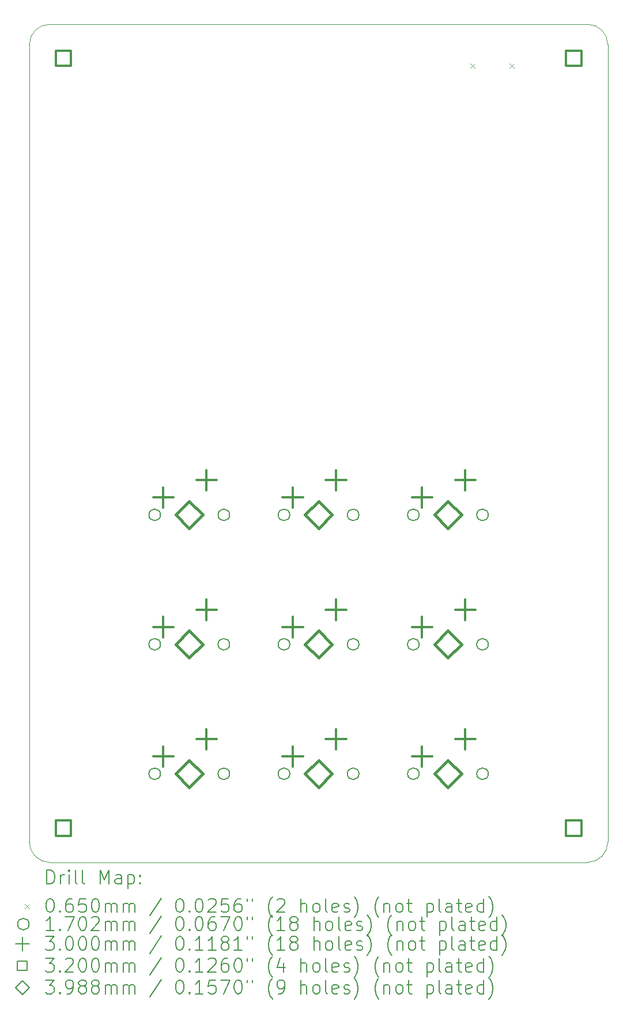
<source format=gbr>
%TF.GenerationSoftware,KiCad,Pcbnew,8.0.4*%
%TF.CreationDate,2024-10-31T19:57:59+01:00*%
%TF.ProjectId,Keyboard,4b657962-6f61-4726-942e-6b696361645f,rev?*%
%TF.SameCoordinates,Original*%
%TF.FileFunction,Drillmap*%
%TF.FilePolarity,Positive*%
%FSLAX45Y45*%
G04 Gerber Fmt 4.5, Leading zero omitted, Abs format (unit mm)*
G04 Created by KiCad (PCBNEW 8.0.4) date 2024-10-31 19:57:59*
%MOMM*%
%LPD*%
G01*
G04 APERTURE LIST*
%ADD10C,0.050000*%
%ADD11C,0.200000*%
%ADD12C,0.100000*%
%ADD13C,0.170180*%
%ADD14C,0.300000*%
%ADD15C,0.320000*%
%ADD16C,0.398780*%
G04 APERTURE END LIST*
D10*
X15500000Y-19700000D02*
G75*
G02*
X15200000Y-20000000I-300000J0D01*
G01*
X7000000Y-8000000D02*
G75*
G02*
X7300000Y-7700000I300000J0D01*
G01*
X7000000Y-19700000D02*
X7000000Y-8000000D01*
X7300000Y-20000000D02*
X15200000Y-20000000D01*
X15500000Y-19700000D02*
X15500000Y-8000000D01*
X15200000Y-7700000D02*
G75*
G02*
X15500000Y-8000000I0J-300000D01*
G01*
X7300000Y-7700000D02*
X15200000Y-7700000D01*
X7300000Y-20000000D02*
G75*
G02*
X7000000Y-19700000I0J300000D01*
G01*
D11*
D12*
X13478500Y-8278000D02*
X13543500Y-8343000D01*
X13543500Y-8278000D02*
X13478500Y-8343000D01*
X14056500Y-8278000D02*
X14121500Y-8343000D01*
X14121500Y-8278000D02*
X14056500Y-8343000D01*
D13*
X8927090Y-14900000D02*
G75*
G02*
X8756910Y-14900000I-85090J0D01*
G01*
X8756910Y-14900000D02*
G75*
G02*
X8927090Y-14900000I85090J0D01*
G01*
X8927090Y-16800000D02*
G75*
G02*
X8756910Y-16800000I-85090J0D01*
G01*
X8756910Y-16800000D02*
G75*
G02*
X8927090Y-16800000I85090J0D01*
G01*
X8927090Y-18700000D02*
G75*
G02*
X8756910Y-18700000I-85090J0D01*
G01*
X8756910Y-18700000D02*
G75*
G02*
X8927090Y-18700000I85090J0D01*
G01*
X9943090Y-14900000D02*
G75*
G02*
X9772910Y-14900000I-85090J0D01*
G01*
X9772910Y-14900000D02*
G75*
G02*
X9943090Y-14900000I85090J0D01*
G01*
X9943090Y-16800000D02*
G75*
G02*
X9772910Y-16800000I-85090J0D01*
G01*
X9772910Y-16800000D02*
G75*
G02*
X9943090Y-16800000I85090J0D01*
G01*
X9943090Y-18700000D02*
G75*
G02*
X9772910Y-18700000I-85090J0D01*
G01*
X9772910Y-18700000D02*
G75*
G02*
X9943090Y-18700000I85090J0D01*
G01*
X10827090Y-14900000D02*
G75*
G02*
X10656910Y-14900000I-85090J0D01*
G01*
X10656910Y-14900000D02*
G75*
G02*
X10827090Y-14900000I85090J0D01*
G01*
X10827090Y-16800000D02*
G75*
G02*
X10656910Y-16800000I-85090J0D01*
G01*
X10656910Y-16800000D02*
G75*
G02*
X10827090Y-16800000I85090J0D01*
G01*
X10827090Y-18700000D02*
G75*
G02*
X10656910Y-18700000I-85090J0D01*
G01*
X10656910Y-18700000D02*
G75*
G02*
X10827090Y-18700000I85090J0D01*
G01*
X11843090Y-14900000D02*
G75*
G02*
X11672910Y-14900000I-85090J0D01*
G01*
X11672910Y-14900000D02*
G75*
G02*
X11843090Y-14900000I85090J0D01*
G01*
X11843090Y-16800000D02*
G75*
G02*
X11672910Y-16800000I-85090J0D01*
G01*
X11672910Y-16800000D02*
G75*
G02*
X11843090Y-16800000I85090J0D01*
G01*
X11843090Y-18700000D02*
G75*
G02*
X11672910Y-18700000I-85090J0D01*
G01*
X11672910Y-18700000D02*
G75*
G02*
X11843090Y-18700000I85090J0D01*
G01*
X12727090Y-14900000D02*
G75*
G02*
X12556910Y-14900000I-85090J0D01*
G01*
X12556910Y-14900000D02*
G75*
G02*
X12727090Y-14900000I85090J0D01*
G01*
X12727090Y-16800000D02*
G75*
G02*
X12556910Y-16800000I-85090J0D01*
G01*
X12556910Y-16800000D02*
G75*
G02*
X12727090Y-16800000I85090J0D01*
G01*
X12727090Y-18700000D02*
G75*
G02*
X12556910Y-18700000I-85090J0D01*
G01*
X12556910Y-18700000D02*
G75*
G02*
X12727090Y-18700000I85090J0D01*
G01*
X13743090Y-14900000D02*
G75*
G02*
X13572910Y-14900000I-85090J0D01*
G01*
X13572910Y-14900000D02*
G75*
G02*
X13743090Y-14900000I85090J0D01*
G01*
X13743090Y-16800000D02*
G75*
G02*
X13572910Y-16800000I-85090J0D01*
G01*
X13572910Y-16800000D02*
G75*
G02*
X13743090Y-16800000I85090J0D01*
G01*
X13743090Y-18700000D02*
G75*
G02*
X13572910Y-18700000I-85090J0D01*
G01*
X13572910Y-18700000D02*
G75*
G02*
X13743090Y-18700000I85090J0D01*
G01*
D14*
X8969000Y-14496000D02*
X8969000Y-14796000D01*
X8819000Y-14646000D02*
X9119000Y-14646000D01*
X8969000Y-16396000D02*
X8969000Y-16696000D01*
X8819000Y-16546000D02*
X9119000Y-16546000D01*
X8969000Y-18296000D02*
X8969000Y-18596000D01*
X8819000Y-18446000D02*
X9119000Y-18446000D01*
X9604000Y-14242000D02*
X9604000Y-14542000D01*
X9454000Y-14392000D02*
X9754000Y-14392000D01*
X9604000Y-16142000D02*
X9604000Y-16442000D01*
X9454000Y-16292000D02*
X9754000Y-16292000D01*
X9604000Y-18042000D02*
X9604000Y-18342000D01*
X9454000Y-18192000D02*
X9754000Y-18192000D01*
X10869000Y-14496000D02*
X10869000Y-14796000D01*
X10719000Y-14646000D02*
X11019000Y-14646000D01*
X10869000Y-16396000D02*
X10869000Y-16696000D01*
X10719000Y-16546000D02*
X11019000Y-16546000D01*
X10869000Y-18296000D02*
X10869000Y-18596000D01*
X10719000Y-18446000D02*
X11019000Y-18446000D01*
X11504000Y-14242000D02*
X11504000Y-14542000D01*
X11354000Y-14392000D02*
X11654000Y-14392000D01*
X11504000Y-16142000D02*
X11504000Y-16442000D01*
X11354000Y-16292000D02*
X11654000Y-16292000D01*
X11504000Y-18042000D02*
X11504000Y-18342000D01*
X11354000Y-18192000D02*
X11654000Y-18192000D01*
X12769000Y-14496000D02*
X12769000Y-14796000D01*
X12619000Y-14646000D02*
X12919000Y-14646000D01*
X12769000Y-16396000D02*
X12769000Y-16696000D01*
X12619000Y-16546000D02*
X12919000Y-16546000D01*
X12769000Y-18296000D02*
X12769000Y-18596000D01*
X12619000Y-18446000D02*
X12919000Y-18446000D01*
X13404000Y-14242000D02*
X13404000Y-14542000D01*
X13254000Y-14392000D02*
X13554000Y-14392000D01*
X13404000Y-16142000D02*
X13404000Y-16442000D01*
X13254000Y-16292000D02*
X13554000Y-16292000D01*
X13404000Y-18042000D02*
X13404000Y-18342000D01*
X13254000Y-18192000D02*
X13554000Y-18192000D01*
D15*
X7613138Y-8313138D02*
X7613138Y-8086862D01*
X7386862Y-8086862D01*
X7386862Y-8313138D01*
X7613138Y-8313138D01*
X7613138Y-19613138D02*
X7613138Y-19386862D01*
X7386862Y-19386862D01*
X7386862Y-19613138D01*
X7613138Y-19613138D01*
X15113138Y-8313138D02*
X15113138Y-8086862D01*
X14886862Y-8086862D01*
X14886862Y-8313138D01*
X15113138Y-8313138D01*
X15113138Y-19613138D02*
X15113138Y-19386862D01*
X14886862Y-19386862D01*
X14886862Y-19613138D01*
X15113138Y-19613138D01*
D16*
X9350000Y-15099390D02*
X9549390Y-14900000D01*
X9350000Y-14700610D01*
X9150610Y-14900000D01*
X9350000Y-15099390D01*
X9350000Y-16999390D02*
X9549390Y-16800000D01*
X9350000Y-16600610D01*
X9150610Y-16800000D01*
X9350000Y-16999390D01*
X9350000Y-18899390D02*
X9549390Y-18700000D01*
X9350000Y-18500610D01*
X9150610Y-18700000D01*
X9350000Y-18899390D01*
X11250000Y-15099390D02*
X11449390Y-14900000D01*
X11250000Y-14700610D01*
X11050610Y-14900000D01*
X11250000Y-15099390D01*
X11250000Y-16999390D02*
X11449390Y-16800000D01*
X11250000Y-16600610D01*
X11050610Y-16800000D01*
X11250000Y-16999390D01*
X11250000Y-18899390D02*
X11449390Y-18700000D01*
X11250000Y-18500610D01*
X11050610Y-18700000D01*
X11250000Y-18899390D01*
X13150000Y-15099390D02*
X13349390Y-14900000D01*
X13150000Y-14700610D01*
X12950610Y-14900000D01*
X13150000Y-15099390D01*
X13150000Y-16999390D02*
X13349390Y-16800000D01*
X13150000Y-16600610D01*
X12950610Y-16800000D01*
X13150000Y-16999390D01*
X13150000Y-18899390D02*
X13349390Y-18700000D01*
X13150000Y-18500610D01*
X12950610Y-18700000D01*
X13150000Y-18899390D01*
D11*
X7258277Y-20313984D02*
X7258277Y-20113984D01*
X7258277Y-20113984D02*
X7305896Y-20113984D01*
X7305896Y-20113984D02*
X7334467Y-20123508D01*
X7334467Y-20123508D02*
X7353515Y-20142555D01*
X7353515Y-20142555D02*
X7363039Y-20161603D01*
X7363039Y-20161603D02*
X7372562Y-20199698D01*
X7372562Y-20199698D02*
X7372562Y-20228270D01*
X7372562Y-20228270D02*
X7363039Y-20266365D01*
X7363039Y-20266365D02*
X7353515Y-20285412D01*
X7353515Y-20285412D02*
X7334467Y-20304460D01*
X7334467Y-20304460D02*
X7305896Y-20313984D01*
X7305896Y-20313984D02*
X7258277Y-20313984D01*
X7458277Y-20313984D02*
X7458277Y-20180650D01*
X7458277Y-20218746D02*
X7467801Y-20199698D01*
X7467801Y-20199698D02*
X7477324Y-20190174D01*
X7477324Y-20190174D02*
X7496372Y-20180650D01*
X7496372Y-20180650D02*
X7515420Y-20180650D01*
X7582086Y-20313984D02*
X7582086Y-20180650D01*
X7582086Y-20113984D02*
X7572562Y-20123508D01*
X7572562Y-20123508D02*
X7582086Y-20133031D01*
X7582086Y-20133031D02*
X7591610Y-20123508D01*
X7591610Y-20123508D02*
X7582086Y-20113984D01*
X7582086Y-20113984D02*
X7582086Y-20133031D01*
X7705896Y-20313984D02*
X7686848Y-20304460D01*
X7686848Y-20304460D02*
X7677324Y-20285412D01*
X7677324Y-20285412D02*
X7677324Y-20113984D01*
X7810658Y-20313984D02*
X7791610Y-20304460D01*
X7791610Y-20304460D02*
X7782086Y-20285412D01*
X7782086Y-20285412D02*
X7782086Y-20113984D01*
X8039229Y-20313984D02*
X8039229Y-20113984D01*
X8039229Y-20113984D02*
X8105896Y-20256841D01*
X8105896Y-20256841D02*
X8172562Y-20113984D01*
X8172562Y-20113984D02*
X8172562Y-20313984D01*
X8353515Y-20313984D02*
X8353515Y-20209222D01*
X8353515Y-20209222D02*
X8343991Y-20190174D01*
X8343991Y-20190174D02*
X8324943Y-20180650D01*
X8324943Y-20180650D02*
X8286848Y-20180650D01*
X8286848Y-20180650D02*
X8267801Y-20190174D01*
X8353515Y-20304460D02*
X8334467Y-20313984D01*
X8334467Y-20313984D02*
X8286848Y-20313984D01*
X8286848Y-20313984D02*
X8267801Y-20304460D01*
X8267801Y-20304460D02*
X8258277Y-20285412D01*
X8258277Y-20285412D02*
X8258277Y-20266365D01*
X8258277Y-20266365D02*
X8267801Y-20247317D01*
X8267801Y-20247317D02*
X8286848Y-20237793D01*
X8286848Y-20237793D02*
X8334467Y-20237793D01*
X8334467Y-20237793D02*
X8353515Y-20228270D01*
X8448753Y-20180650D02*
X8448753Y-20380650D01*
X8448753Y-20190174D02*
X8467801Y-20180650D01*
X8467801Y-20180650D02*
X8505896Y-20180650D01*
X8505896Y-20180650D02*
X8524944Y-20190174D01*
X8524944Y-20190174D02*
X8534467Y-20199698D01*
X8534467Y-20199698D02*
X8543991Y-20218746D01*
X8543991Y-20218746D02*
X8543991Y-20275889D01*
X8543991Y-20275889D02*
X8534467Y-20294936D01*
X8534467Y-20294936D02*
X8524944Y-20304460D01*
X8524944Y-20304460D02*
X8505896Y-20313984D01*
X8505896Y-20313984D02*
X8467801Y-20313984D01*
X8467801Y-20313984D02*
X8448753Y-20304460D01*
X8629705Y-20294936D02*
X8639229Y-20304460D01*
X8639229Y-20304460D02*
X8629705Y-20313984D01*
X8629705Y-20313984D02*
X8620182Y-20304460D01*
X8620182Y-20304460D02*
X8629705Y-20294936D01*
X8629705Y-20294936D02*
X8629705Y-20313984D01*
X8629705Y-20190174D02*
X8639229Y-20199698D01*
X8639229Y-20199698D02*
X8629705Y-20209222D01*
X8629705Y-20209222D02*
X8620182Y-20199698D01*
X8620182Y-20199698D02*
X8629705Y-20190174D01*
X8629705Y-20190174D02*
X8629705Y-20209222D01*
D12*
X6932500Y-20610000D02*
X6997500Y-20675000D01*
X6997500Y-20610000D02*
X6932500Y-20675000D01*
D11*
X7296372Y-20533984D02*
X7315420Y-20533984D01*
X7315420Y-20533984D02*
X7334467Y-20543508D01*
X7334467Y-20543508D02*
X7343991Y-20553031D01*
X7343991Y-20553031D02*
X7353515Y-20572079D01*
X7353515Y-20572079D02*
X7363039Y-20610174D01*
X7363039Y-20610174D02*
X7363039Y-20657793D01*
X7363039Y-20657793D02*
X7353515Y-20695889D01*
X7353515Y-20695889D02*
X7343991Y-20714936D01*
X7343991Y-20714936D02*
X7334467Y-20724460D01*
X7334467Y-20724460D02*
X7315420Y-20733984D01*
X7315420Y-20733984D02*
X7296372Y-20733984D01*
X7296372Y-20733984D02*
X7277324Y-20724460D01*
X7277324Y-20724460D02*
X7267801Y-20714936D01*
X7267801Y-20714936D02*
X7258277Y-20695889D01*
X7258277Y-20695889D02*
X7248753Y-20657793D01*
X7248753Y-20657793D02*
X7248753Y-20610174D01*
X7248753Y-20610174D02*
X7258277Y-20572079D01*
X7258277Y-20572079D02*
X7267801Y-20553031D01*
X7267801Y-20553031D02*
X7277324Y-20543508D01*
X7277324Y-20543508D02*
X7296372Y-20533984D01*
X7448753Y-20714936D02*
X7458277Y-20724460D01*
X7458277Y-20724460D02*
X7448753Y-20733984D01*
X7448753Y-20733984D02*
X7439229Y-20724460D01*
X7439229Y-20724460D02*
X7448753Y-20714936D01*
X7448753Y-20714936D02*
X7448753Y-20733984D01*
X7629705Y-20533984D02*
X7591610Y-20533984D01*
X7591610Y-20533984D02*
X7572562Y-20543508D01*
X7572562Y-20543508D02*
X7563039Y-20553031D01*
X7563039Y-20553031D02*
X7543991Y-20581603D01*
X7543991Y-20581603D02*
X7534467Y-20619698D01*
X7534467Y-20619698D02*
X7534467Y-20695889D01*
X7534467Y-20695889D02*
X7543991Y-20714936D01*
X7543991Y-20714936D02*
X7553515Y-20724460D01*
X7553515Y-20724460D02*
X7572562Y-20733984D01*
X7572562Y-20733984D02*
X7610658Y-20733984D01*
X7610658Y-20733984D02*
X7629705Y-20724460D01*
X7629705Y-20724460D02*
X7639229Y-20714936D01*
X7639229Y-20714936D02*
X7648753Y-20695889D01*
X7648753Y-20695889D02*
X7648753Y-20648270D01*
X7648753Y-20648270D02*
X7639229Y-20629222D01*
X7639229Y-20629222D02*
X7629705Y-20619698D01*
X7629705Y-20619698D02*
X7610658Y-20610174D01*
X7610658Y-20610174D02*
X7572562Y-20610174D01*
X7572562Y-20610174D02*
X7553515Y-20619698D01*
X7553515Y-20619698D02*
X7543991Y-20629222D01*
X7543991Y-20629222D02*
X7534467Y-20648270D01*
X7829705Y-20533984D02*
X7734467Y-20533984D01*
X7734467Y-20533984D02*
X7724943Y-20629222D01*
X7724943Y-20629222D02*
X7734467Y-20619698D01*
X7734467Y-20619698D02*
X7753515Y-20610174D01*
X7753515Y-20610174D02*
X7801134Y-20610174D01*
X7801134Y-20610174D02*
X7820182Y-20619698D01*
X7820182Y-20619698D02*
X7829705Y-20629222D01*
X7829705Y-20629222D02*
X7839229Y-20648270D01*
X7839229Y-20648270D02*
X7839229Y-20695889D01*
X7839229Y-20695889D02*
X7829705Y-20714936D01*
X7829705Y-20714936D02*
X7820182Y-20724460D01*
X7820182Y-20724460D02*
X7801134Y-20733984D01*
X7801134Y-20733984D02*
X7753515Y-20733984D01*
X7753515Y-20733984D02*
X7734467Y-20724460D01*
X7734467Y-20724460D02*
X7724943Y-20714936D01*
X7963039Y-20533984D02*
X7982086Y-20533984D01*
X7982086Y-20533984D02*
X8001134Y-20543508D01*
X8001134Y-20543508D02*
X8010658Y-20553031D01*
X8010658Y-20553031D02*
X8020182Y-20572079D01*
X8020182Y-20572079D02*
X8029705Y-20610174D01*
X8029705Y-20610174D02*
X8029705Y-20657793D01*
X8029705Y-20657793D02*
X8020182Y-20695889D01*
X8020182Y-20695889D02*
X8010658Y-20714936D01*
X8010658Y-20714936D02*
X8001134Y-20724460D01*
X8001134Y-20724460D02*
X7982086Y-20733984D01*
X7982086Y-20733984D02*
X7963039Y-20733984D01*
X7963039Y-20733984D02*
X7943991Y-20724460D01*
X7943991Y-20724460D02*
X7934467Y-20714936D01*
X7934467Y-20714936D02*
X7924943Y-20695889D01*
X7924943Y-20695889D02*
X7915420Y-20657793D01*
X7915420Y-20657793D02*
X7915420Y-20610174D01*
X7915420Y-20610174D02*
X7924943Y-20572079D01*
X7924943Y-20572079D02*
X7934467Y-20553031D01*
X7934467Y-20553031D02*
X7943991Y-20543508D01*
X7943991Y-20543508D02*
X7963039Y-20533984D01*
X8115420Y-20733984D02*
X8115420Y-20600650D01*
X8115420Y-20619698D02*
X8124943Y-20610174D01*
X8124943Y-20610174D02*
X8143991Y-20600650D01*
X8143991Y-20600650D02*
X8172563Y-20600650D01*
X8172563Y-20600650D02*
X8191610Y-20610174D01*
X8191610Y-20610174D02*
X8201134Y-20629222D01*
X8201134Y-20629222D02*
X8201134Y-20733984D01*
X8201134Y-20629222D02*
X8210658Y-20610174D01*
X8210658Y-20610174D02*
X8229705Y-20600650D01*
X8229705Y-20600650D02*
X8258277Y-20600650D01*
X8258277Y-20600650D02*
X8277324Y-20610174D01*
X8277324Y-20610174D02*
X8286848Y-20629222D01*
X8286848Y-20629222D02*
X8286848Y-20733984D01*
X8382086Y-20733984D02*
X8382086Y-20600650D01*
X8382086Y-20619698D02*
X8391610Y-20610174D01*
X8391610Y-20610174D02*
X8410658Y-20600650D01*
X8410658Y-20600650D02*
X8439229Y-20600650D01*
X8439229Y-20600650D02*
X8458277Y-20610174D01*
X8458277Y-20610174D02*
X8467801Y-20629222D01*
X8467801Y-20629222D02*
X8467801Y-20733984D01*
X8467801Y-20629222D02*
X8477325Y-20610174D01*
X8477325Y-20610174D02*
X8496372Y-20600650D01*
X8496372Y-20600650D02*
X8524944Y-20600650D01*
X8524944Y-20600650D02*
X8543991Y-20610174D01*
X8543991Y-20610174D02*
X8553515Y-20629222D01*
X8553515Y-20629222D02*
X8553515Y-20733984D01*
X8943991Y-20524460D02*
X8772563Y-20781603D01*
X9201134Y-20533984D02*
X9220182Y-20533984D01*
X9220182Y-20533984D02*
X9239229Y-20543508D01*
X9239229Y-20543508D02*
X9248753Y-20553031D01*
X9248753Y-20553031D02*
X9258277Y-20572079D01*
X9258277Y-20572079D02*
X9267801Y-20610174D01*
X9267801Y-20610174D02*
X9267801Y-20657793D01*
X9267801Y-20657793D02*
X9258277Y-20695889D01*
X9258277Y-20695889D02*
X9248753Y-20714936D01*
X9248753Y-20714936D02*
X9239229Y-20724460D01*
X9239229Y-20724460D02*
X9220182Y-20733984D01*
X9220182Y-20733984D02*
X9201134Y-20733984D01*
X9201134Y-20733984D02*
X9182087Y-20724460D01*
X9182087Y-20724460D02*
X9172563Y-20714936D01*
X9172563Y-20714936D02*
X9163039Y-20695889D01*
X9163039Y-20695889D02*
X9153515Y-20657793D01*
X9153515Y-20657793D02*
X9153515Y-20610174D01*
X9153515Y-20610174D02*
X9163039Y-20572079D01*
X9163039Y-20572079D02*
X9172563Y-20553031D01*
X9172563Y-20553031D02*
X9182087Y-20543508D01*
X9182087Y-20543508D02*
X9201134Y-20533984D01*
X9353515Y-20714936D02*
X9363039Y-20724460D01*
X9363039Y-20724460D02*
X9353515Y-20733984D01*
X9353515Y-20733984D02*
X9343991Y-20724460D01*
X9343991Y-20724460D02*
X9353515Y-20714936D01*
X9353515Y-20714936D02*
X9353515Y-20733984D01*
X9486848Y-20533984D02*
X9505896Y-20533984D01*
X9505896Y-20533984D02*
X9524944Y-20543508D01*
X9524944Y-20543508D02*
X9534468Y-20553031D01*
X9534468Y-20553031D02*
X9543991Y-20572079D01*
X9543991Y-20572079D02*
X9553515Y-20610174D01*
X9553515Y-20610174D02*
X9553515Y-20657793D01*
X9553515Y-20657793D02*
X9543991Y-20695889D01*
X9543991Y-20695889D02*
X9534468Y-20714936D01*
X9534468Y-20714936D02*
X9524944Y-20724460D01*
X9524944Y-20724460D02*
X9505896Y-20733984D01*
X9505896Y-20733984D02*
X9486848Y-20733984D01*
X9486848Y-20733984D02*
X9467801Y-20724460D01*
X9467801Y-20724460D02*
X9458277Y-20714936D01*
X9458277Y-20714936D02*
X9448753Y-20695889D01*
X9448753Y-20695889D02*
X9439229Y-20657793D01*
X9439229Y-20657793D02*
X9439229Y-20610174D01*
X9439229Y-20610174D02*
X9448753Y-20572079D01*
X9448753Y-20572079D02*
X9458277Y-20553031D01*
X9458277Y-20553031D02*
X9467801Y-20543508D01*
X9467801Y-20543508D02*
X9486848Y-20533984D01*
X9629706Y-20553031D02*
X9639229Y-20543508D01*
X9639229Y-20543508D02*
X9658277Y-20533984D01*
X9658277Y-20533984D02*
X9705896Y-20533984D01*
X9705896Y-20533984D02*
X9724944Y-20543508D01*
X9724944Y-20543508D02*
X9734468Y-20553031D01*
X9734468Y-20553031D02*
X9743991Y-20572079D01*
X9743991Y-20572079D02*
X9743991Y-20591127D01*
X9743991Y-20591127D02*
X9734468Y-20619698D01*
X9734468Y-20619698D02*
X9620182Y-20733984D01*
X9620182Y-20733984D02*
X9743991Y-20733984D01*
X9924944Y-20533984D02*
X9829706Y-20533984D01*
X9829706Y-20533984D02*
X9820182Y-20629222D01*
X9820182Y-20629222D02*
X9829706Y-20619698D01*
X9829706Y-20619698D02*
X9848753Y-20610174D01*
X9848753Y-20610174D02*
X9896372Y-20610174D01*
X9896372Y-20610174D02*
X9915420Y-20619698D01*
X9915420Y-20619698D02*
X9924944Y-20629222D01*
X9924944Y-20629222D02*
X9934468Y-20648270D01*
X9934468Y-20648270D02*
X9934468Y-20695889D01*
X9934468Y-20695889D02*
X9924944Y-20714936D01*
X9924944Y-20714936D02*
X9915420Y-20724460D01*
X9915420Y-20724460D02*
X9896372Y-20733984D01*
X9896372Y-20733984D02*
X9848753Y-20733984D01*
X9848753Y-20733984D02*
X9829706Y-20724460D01*
X9829706Y-20724460D02*
X9820182Y-20714936D01*
X10105896Y-20533984D02*
X10067801Y-20533984D01*
X10067801Y-20533984D02*
X10048753Y-20543508D01*
X10048753Y-20543508D02*
X10039229Y-20553031D01*
X10039229Y-20553031D02*
X10020182Y-20581603D01*
X10020182Y-20581603D02*
X10010658Y-20619698D01*
X10010658Y-20619698D02*
X10010658Y-20695889D01*
X10010658Y-20695889D02*
X10020182Y-20714936D01*
X10020182Y-20714936D02*
X10029706Y-20724460D01*
X10029706Y-20724460D02*
X10048753Y-20733984D01*
X10048753Y-20733984D02*
X10086849Y-20733984D01*
X10086849Y-20733984D02*
X10105896Y-20724460D01*
X10105896Y-20724460D02*
X10115420Y-20714936D01*
X10115420Y-20714936D02*
X10124944Y-20695889D01*
X10124944Y-20695889D02*
X10124944Y-20648270D01*
X10124944Y-20648270D02*
X10115420Y-20629222D01*
X10115420Y-20629222D02*
X10105896Y-20619698D01*
X10105896Y-20619698D02*
X10086849Y-20610174D01*
X10086849Y-20610174D02*
X10048753Y-20610174D01*
X10048753Y-20610174D02*
X10029706Y-20619698D01*
X10029706Y-20619698D02*
X10020182Y-20629222D01*
X10020182Y-20629222D02*
X10010658Y-20648270D01*
X10201134Y-20533984D02*
X10201134Y-20572079D01*
X10277325Y-20533984D02*
X10277325Y-20572079D01*
X10572563Y-20810174D02*
X10563039Y-20800650D01*
X10563039Y-20800650D02*
X10543991Y-20772079D01*
X10543991Y-20772079D02*
X10534468Y-20753031D01*
X10534468Y-20753031D02*
X10524944Y-20724460D01*
X10524944Y-20724460D02*
X10515420Y-20676841D01*
X10515420Y-20676841D02*
X10515420Y-20638746D01*
X10515420Y-20638746D02*
X10524944Y-20591127D01*
X10524944Y-20591127D02*
X10534468Y-20562555D01*
X10534468Y-20562555D02*
X10543991Y-20543508D01*
X10543991Y-20543508D02*
X10563039Y-20514936D01*
X10563039Y-20514936D02*
X10572563Y-20505412D01*
X10639230Y-20553031D02*
X10648753Y-20543508D01*
X10648753Y-20543508D02*
X10667801Y-20533984D01*
X10667801Y-20533984D02*
X10715420Y-20533984D01*
X10715420Y-20533984D02*
X10734468Y-20543508D01*
X10734468Y-20543508D02*
X10743991Y-20553031D01*
X10743991Y-20553031D02*
X10753515Y-20572079D01*
X10753515Y-20572079D02*
X10753515Y-20591127D01*
X10753515Y-20591127D02*
X10743991Y-20619698D01*
X10743991Y-20619698D02*
X10629706Y-20733984D01*
X10629706Y-20733984D02*
X10753515Y-20733984D01*
X10991611Y-20733984D02*
X10991611Y-20533984D01*
X11077325Y-20733984D02*
X11077325Y-20629222D01*
X11077325Y-20629222D02*
X11067801Y-20610174D01*
X11067801Y-20610174D02*
X11048753Y-20600650D01*
X11048753Y-20600650D02*
X11020182Y-20600650D01*
X11020182Y-20600650D02*
X11001134Y-20610174D01*
X11001134Y-20610174D02*
X10991611Y-20619698D01*
X11201134Y-20733984D02*
X11182087Y-20724460D01*
X11182087Y-20724460D02*
X11172563Y-20714936D01*
X11172563Y-20714936D02*
X11163039Y-20695889D01*
X11163039Y-20695889D02*
X11163039Y-20638746D01*
X11163039Y-20638746D02*
X11172563Y-20619698D01*
X11172563Y-20619698D02*
X11182087Y-20610174D01*
X11182087Y-20610174D02*
X11201134Y-20600650D01*
X11201134Y-20600650D02*
X11229706Y-20600650D01*
X11229706Y-20600650D02*
X11248753Y-20610174D01*
X11248753Y-20610174D02*
X11258277Y-20619698D01*
X11258277Y-20619698D02*
X11267801Y-20638746D01*
X11267801Y-20638746D02*
X11267801Y-20695889D01*
X11267801Y-20695889D02*
X11258277Y-20714936D01*
X11258277Y-20714936D02*
X11248753Y-20724460D01*
X11248753Y-20724460D02*
X11229706Y-20733984D01*
X11229706Y-20733984D02*
X11201134Y-20733984D01*
X11382087Y-20733984D02*
X11363039Y-20724460D01*
X11363039Y-20724460D02*
X11353515Y-20705412D01*
X11353515Y-20705412D02*
X11353515Y-20533984D01*
X11534468Y-20724460D02*
X11515420Y-20733984D01*
X11515420Y-20733984D02*
X11477325Y-20733984D01*
X11477325Y-20733984D02*
X11458277Y-20724460D01*
X11458277Y-20724460D02*
X11448753Y-20705412D01*
X11448753Y-20705412D02*
X11448753Y-20629222D01*
X11448753Y-20629222D02*
X11458277Y-20610174D01*
X11458277Y-20610174D02*
X11477325Y-20600650D01*
X11477325Y-20600650D02*
X11515420Y-20600650D01*
X11515420Y-20600650D02*
X11534468Y-20610174D01*
X11534468Y-20610174D02*
X11543991Y-20629222D01*
X11543991Y-20629222D02*
X11543991Y-20648270D01*
X11543991Y-20648270D02*
X11448753Y-20667317D01*
X11620182Y-20724460D02*
X11639230Y-20733984D01*
X11639230Y-20733984D02*
X11677325Y-20733984D01*
X11677325Y-20733984D02*
X11696372Y-20724460D01*
X11696372Y-20724460D02*
X11705896Y-20705412D01*
X11705896Y-20705412D02*
X11705896Y-20695889D01*
X11705896Y-20695889D02*
X11696372Y-20676841D01*
X11696372Y-20676841D02*
X11677325Y-20667317D01*
X11677325Y-20667317D02*
X11648753Y-20667317D01*
X11648753Y-20667317D02*
X11629706Y-20657793D01*
X11629706Y-20657793D02*
X11620182Y-20638746D01*
X11620182Y-20638746D02*
X11620182Y-20629222D01*
X11620182Y-20629222D02*
X11629706Y-20610174D01*
X11629706Y-20610174D02*
X11648753Y-20600650D01*
X11648753Y-20600650D02*
X11677325Y-20600650D01*
X11677325Y-20600650D02*
X11696372Y-20610174D01*
X11772563Y-20810174D02*
X11782087Y-20800650D01*
X11782087Y-20800650D02*
X11801134Y-20772079D01*
X11801134Y-20772079D02*
X11810658Y-20753031D01*
X11810658Y-20753031D02*
X11820182Y-20724460D01*
X11820182Y-20724460D02*
X11829706Y-20676841D01*
X11829706Y-20676841D02*
X11829706Y-20638746D01*
X11829706Y-20638746D02*
X11820182Y-20591127D01*
X11820182Y-20591127D02*
X11810658Y-20562555D01*
X11810658Y-20562555D02*
X11801134Y-20543508D01*
X11801134Y-20543508D02*
X11782087Y-20514936D01*
X11782087Y-20514936D02*
X11772563Y-20505412D01*
X12134468Y-20810174D02*
X12124944Y-20800650D01*
X12124944Y-20800650D02*
X12105896Y-20772079D01*
X12105896Y-20772079D02*
X12096372Y-20753031D01*
X12096372Y-20753031D02*
X12086849Y-20724460D01*
X12086849Y-20724460D02*
X12077325Y-20676841D01*
X12077325Y-20676841D02*
X12077325Y-20638746D01*
X12077325Y-20638746D02*
X12086849Y-20591127D01*
X12086849Y-20591127D02*
X12096372Y-20562555D01*
X12096372Y-20562555D02*
X12105896Y-20543508D01*
X12105896Y-20543508D02*
X12124944Y-20514936D01*
X12124944Y-20514936D02*
X12134468Y-20505412D01*
X12210658Y-20600650D02*
X12210658Y-20733984D01*
X12210658Y-20619698D02*
X12220182Y-20610174D01*
X12220182Y-20610174D02*
X12239230Y-20600650D01*
X12239230Y-20600650D02*
X12267801Y-20600650D01*
X12267801Y-20600650D02*
X12286849Y-20610174D01*
X12286849Y-20610174D02*
X12296372Y-20629222D01*
X12296372Y-20629222D02*
X12296372Y-20733984D01*
X12420182Y-20733984D02*
X12401134Y-20724460D01*
X12401134Y-20724460D02*
X12391611Y-20714936D01*
X12391611Y-20714936D02*
X12382087Y-20695889D01*
X12382087Y-20695889D02*
X12382087Y-20638746D01*
X12382087Y-20638746D02*
X12391611Y-20619698D01*
X12391611Y-20619698D02*
X12401134Y-20610174D01*
X12401134Y-20610174D02*
X12420182Y-20600650D01*
X12420182Y-20600650D02*
X12448753Y-20600650D01*
X12448753Y-20600650D02*
X12467801Y-20610174D01*
X12467801Y-20610174D02*
X12477325Y-20619698D01*
X12477325Y-20619698D02*
X12486849Y-20638746D01*
X12486849Y-20638746D02*
X12486849Y-20695889D01*
X12486849Y-20695889D02*
X12477325Y-20714936D01*
X12477325Y-20714936D02*
X12467801Y-20724460D01*
X12467801Y-20724460D02*
X12448753Y-20733984D01*
X12448753Y-20733984D02*
X12420182Y-20733984D01*
X12543992Y-20600650D02*
X12620182Y-20600650D01*
X12572563Y-20533984D02*
X12572563Y-20705412D01*
X12572563Y-20705412D02*
X12582087Y-20724460D01*
X12582087Y-20724460D02*
X12601134Y-20733984D01*
X12601134Y-20733984D02*
X12620182Y-20733984D01*
X12839230Y-20600650D02*
X12839230Y-20800650D01*
X12839230Y-20610174D02*
X12858277Y-20600650D01*
X12858277Y-20600650D02*
X12896373Y-20600650D01*
X12896373Y-20600650D02*
X12915420Y-20610174D01*
X12915420Y-20610174D02*
X12924944Y-20619698D01*
X12924944Y-20619698D02*
X12934468Y-20638746D01*
X12934468Y-20638746D02*
X12934468Y-20695889D01*
X12934468Y-20695889D02*
X12924944Y-20714936D01*
X12924944Y-20714936D02*
X12915420Y-20724460D01*
X12915420Y-20724460D02*
X12896373Y-20733984D01*
X12896373Y-20733984D02*
X12858277Y-20733984D01*
X12858277Y-20733984D02*
X12839230Y-20724460D01*
X13048753Y-20733984D02*
X13029706Y-20724460D01*
X13029706Y-20724460D02*
X13020182Y-20705412D01*
X13020182Y-20705412D02*
X13020182Y-20533984D01*
X13210658Y-20733984D02*
X13210658Y-20629222D01*
X13210658Y-20629222D02*
X13201134Y-20610174D01*
X13201134Y-20610174D02*
X13182087Y-20600650D01*
X13182087Y-20600650D02*
X13143992Y-20600650D01*
X13143992Y-20600650D02*
X13124944Y-20610174D01*
X13210658Y-20724460D02*
X13191611Y-20733984D01*
X13191611Y-20733984D02*
X13143992Y-20733984D01*
X13143992Y-20733984D02*
X13124944Y-20724460D01*
X13124944Y-20724460D02*
X13115420Y-20705412D01*
X13115420Y-20705412D02*
X13115420Y-20686365D01*
X13115420Y-20686365D02*
X13124944Y-20667317D01*
X13124944Y-20667317D02*
X13143992Y-20657793D01*
X13143992Y-20657793D02*
X13191611Y-20657793D01*
X13191611Y-20657793D02*
X13210658Y-20648270D01*
X13277325Y-20600650D02*
X13353515Y-20600650D01*
X13305896Y-20533984D02*
X13305896Y-20705412D01*
X13305896Y-20705412D02*
X13315420Y-20724460D01*
X13315420Y-20724460D02*
X13334468Y-20733984D01*
X13334468Y-20733984D02*
X13353515Y-20733984D01*
X13496373Y-20724460D02*
X13477325Y-20733984D01*
X13477325Y-20733984D02*
X13439230Y-20733984D01*
X13439230Y-20733984D02*
X13420182Y-20724460D01*
X13420182Y-20724460D02*
X13410658Y-20705412D01*
X13410658Y-20705412D02*
X13410658Y-20629222D01*
X13410658Y-20629222D02*
X13420182Y-20610174D01*
X13420182Y-20610174D02*
X13439230Y-20600650D01*
X13439230Y-20600650D02*
X13477325Y-20600650D01*
X13477325Y-20600650D02*
X13496373Y-20610174D01*
X13496373Y-20610174D02*
X13505896Y-20629222D01*
X13505896Y-20629222D02*
X13505896Y-20648270D01*
X13505896Y-20648270D02*
X13410658Y-20667317D01*
X13677325Y-20733984D02*
X13677325Y-20533984D01*
X13677325Y-20724460D02*
X13658277Y-20733984D01*
X13658277Y-20733984D02*
X13620182Y-20733984D01*
X13620182Y-20733984D02*
X13601134Y-20724460D01*
X13601134Y-20724460D02*
X13591611Y-20714936D01*
X13591611Y-20714936D02*
X13582087Y-20695889D01*
X13582087Y-20695889D02*
X13582087Y-20638746D01*
X13582087Y-20638746D02*
X13591611Y-20619698D01*
X13591611Y-20619698D02*
X13601134Y-20610174D01*
X13601134Y-20610174D02*
X13620182Y-20600650D01*
X13620182Y-20600650D02*
X13658277Y-20600650D01*
X13658277Y-20600650D02*
X13677325Y-20610174D01*
X13753515Y-20810174D02*
X13763039Y-20800650D01*
X13763039Y-20800650D02*
X13782087Y-20772079D01*
X13782087Y-20772079D02*
X13791611Y-20753031D01*
X13791611Y-20753031D02*
X13801134Y-20724460D01*
X13801134Y-20724460D02*
X13810658Y-20676841D01*
X13810658Y-20676841D02*
X13810658Y-20638746D01*
X13810658Y-20638746D02*
X13801134Y-20591127D01*
X13801134Y-20591127D02*
X13791611Y-20562555D01*
X13791611Y-20562555D02*
X13782087Y-20543508D01*
X13782087Y-20543508D02*
X13763039Y-20514936D01*
X13763039Y-20514936D02*
X13753515Y-20505412D01*
D13*
X6997500Y-20906500D02*
G75*
G02*
X6827320Y-20906500I-85090J0D01*
G01*
X6827320Y-20906500D02*
G75*
G02*
X6997500Y-20906500I85090J0D01*
G01*
D11*
X7363039Y-20997984D02*
X7248753Y-20997984D01*
X7305896Y-20997984D02*
X7305896Y-20797984D01*
X7305896Y-20797984D02*
X7286848Y-20826555D01*
X7286848Y-20826555D02*
X7267801Y-20845603D01*
X7267801Y-20845603D02*
X7248753Y-20855127D01*
X7448753Y-20978936D02*
X7458277Y-20988460D01*
X7458277Y-20988460D02*
X7448753Y-20997984D01*
X7448753Y-20997984D02*
X7439229Y-20988460D01*
X7439229Y-20988460D02*
X7448753Y-20978936D01*
X7448753Y-20978936D02*
X7448753Y-20997984D01*
X7524943Y-20797984D02*
X7658277Y-20797984D01*
X7658277Y-20797984D02*
X7572562Y-20997984D01*
X7772562Y-20797984D02*
X7791610Y-20797984D01*
X7791610Y-20797984D02*
X7810658Y-20807508D01*
X7810658Y-20807508D02*
X7820182Y-20817031D01*
X7820182Y-20817031D02*
X7829705Y-20836079D01*
X7829705Y-20836079D02*
X7839229Y-20874174D01*
X7839229Y-20874174D02*
X7839229Y-20921793D01*
X7839229Y-20921793D02*
X7829705Y-20959889D01*
X7829705Y-20959889D02*
X7820182Y-20978936D01*
X7820182Y-20978936D02*
X7810658Y-20988460D01*
X7810658Y-20988460D02*
X7791610Y-20997984D01*
X7791610Y-20997984D02*
X7772562Y-20997984D01*
X7772562Y-20997984D02*
X7753515Y-20988460D01*
X7753515Y-20988460D02*
X7743991Y-20978936D01*
X7743991Y-20978936D02*
X7734467Y-20959889D01*
X7734467Y-20959889D02*
X7724943Y-20921793D01*
X7724943Y-20921793D02*
X7724943Y-20874174D01*
X7724943Y-20874174D02*
X7734467Y-20836079D01*
X7734467Y-20836079D02*
X7743991Y-20817031D01*
X7743991Y-20817031D02*
X7753515Y-20807508D01*
X7753515Y-20807508D02*
X7772562Y-20797984D01*
X7915420Y-20817031D02*
X7924943Y-20807508D01*
X7924943Y-20807508D02*
X7943991Y-20797984D01*
X7943991Y-20797984D02*
X7991610Y-20797984D01*
X7991610Y-20797984D02*
X8010658Y-20807508D01*
X8010658Y-20807508D02*
X8020182Y-20817031D01*
X8020182Y-20817031D02*
X8029705Y-20836079D01*
X8029705Y-20836079D02*
X8029705Y-20855127D01*
X8029705Y-20855127D02*
X8020182Y-20883698D01*
X8020182Y-20883698D02*
X7905896Y-20997984D01*
X7905896Y-20997984D02*
X8029705Y-20997984D01*
X8115420Y-20997984D02*
X8115420Y-20864650D01*
X8115420Y-20883698D02*
X8124943Y-20874174D01*
X8124943Y-20874174D02*
X8143991Y-20864650D01*
X8143991Y-20864650D02*
X8172563Y-20864650D01*
X8172563Y-20864650D02*
X8191610Y-20874174D01*
X8191610Y-20874174D02*
X8201134Y-20893222D01*
X8201134Y-20893222D02*
X8201134Y-20997984D01*
X8201134Y-20893222D02*
X8210658Y-20874174D01*
X8210658Y-20874174D02*
X8229705Y-20864650D01*
X8229705Y-20864650D02*
X8258277Y-20864650D01*
X8258277Y-20864650D02*
X8277324Y-20874174D01*
X8277324Y-20874174D02*
X8286848Y-20893222D01*
X8286848Y-20893222D02*
X8286848Y-20997984D01*
X8382086Y-20997984D02*
X8382086Y-20864650D01*
X8382086Y-20883698D02*
X8391610Y-20874174D01*
X8391610Y-20874174D02*
X8410658Y-20864650D01*
X8410658Y-20864650D02*
X8439229Y-20864650D01*
X8439229Y-20864650D02*
X8458277Y-20874174D01*
X8458277Y-20874174D02*
X8467801Y-20893222D01*
X8467801Y-20893222D02*
X8467801Y-20997984D01*
X8467801Y-20893222D02*
X8477325Y-20874174D01*
X8477325Y-20874174D02*
X8496372Y-20864650D01*
X8496372Y-20864650D02*
X8524944Y-20864650D01*
X8524944Y-20864650D02*
X8543991Y-20874174D01*
X8543991Y-20874174D02*
X8553515Y-20893222D01*
X8553515Y-20893222D02*
X8553515Y-20997984D01*
X8943991Y-20788460D02*
X8772563Y-21045603D01*
X9201134Y-20797984D02*
X9220182Y-20797984D01*
X9220182Y-20797984D02*
X9239229Y-20807508D01*
X9239229Y-20807508D02*
X9248753Y-20817031D01*
X9248753Y-20817031D02*
X9258277Y-20836079D01*
X9258277Y-20836079D02*
X9267801Y-20874174D01*
X9267801Y-20874174D02*
X9267801Y-20921793D01*
X9267801Y-20921793D02*
X9258277Y-20959889D01*
X9258277Y-20959889D02*
X9248753Y-20978936D01*
X9248753Y-20978936D02*
X9239229Y-20988460D01*
X9239229Y-20988460D02*
X9220182Y-20997984D01*
X9220182Y-20997984D02*
X9201134Y-20997984D01*
X9201134Y-20997984D02*
X9182087Y-20988460D01*
X9182087Y-20988460D02*
X9172563Y-20978936D01*
X9172563Y-20978936D02*
X9163039Y-20959889D01*
X9163039Y-20959889D02*
X9153515Y-20921793D01*
X9153515Y-20921793D02*
X9153515Y-20874174D01*
X9153515Y-20874174D02*
X9163039Y-20836079D01*
X9163039Y-20836079D02*
X9172563Y-20817031D01*
X9172563Y-20817031D02*
X9182087Y-20807508D01*
X9182087Y-20807508D02*
X9201134Y-20797984D01*
X9353515Y-20978936D02*
X9363039Y-20988460D01*
X9363039Y-20988460D02*
X9353515Y-20997984D01*
X9353515Y-20997984D02*
X9343991Y-20988460D01*
X9343991Y-20988460D02*
X9353515Y-20978936D01*
X9353515Y-20978936D02*
X9353515Y-20997984D01*
X9486848Y-20797984D02*
X9505896Y-20797984D01*
X9505896Y-20797984D02*
X9524944Y-20807508D01*
X9524944Y-20807508D02*
X9534468Y-20817031D01*
X9534468Y-20817031D02*
X9543991Y-20836079D01*
X9543991Y-20836079D02*
X9553515Y-20874174D01*
X9553515Y-20874174D02*
X9553515Y-20921793D01*
X9553515Y-20921793D02*
X9543991Y-20959889D01*
X9543991Y-20959889D02*
X9534468Y-20978936D01*
X9534468Y-20978936D02*
X9524944Y-20988460D01*
X9524944Y-20988460D02*
X9505896Y-20997984D01*
X9505896Y-20997984D02*
X9486848Y-20997984D01*
X9486848Y-20997984D02*
X9467801Y-20988460D01*
X9467801Y-20988460D02*
X9458277Y-20978936D01*
X9458277Y-20978936D02*
X9448753Y-20959889D01*
X9448753Y-20959889D02*
X9439229Y-20921793D01*
X9439229Y-20921793D02*
X9439229Y-20874174D01*
X9439229Y-20874174D02*
X9448753Y-20836079D01*
X9448753Y-20836079D02*
X9458277Y-20817031D01*
X9458277Y-20817031D02*
X9467801Y-20807508D01*
X9467801Y-20807508D02*
X9486848Y-20797984D01*
X9724944Y-20797984D02*
X9686848Y-20797984D01*
X9686848Y-20797984D02*
X9667801Y-20807508D01*
X9667801Y-20807508D02*
X9658277Y-20817031D01*
X9658277Y-20817031D02*
X9639229Y-20845603D01*
X9639229Y-20845603D02*
X9629706Y-20883698D01*
X9629706Y-20883698D02*
X9629706Y-20959889D01*
X9629706Y-20959889D02*
X9639229Y-20978936D01*
X9639229Y-20978936D02*
X9648753Y-20988460D01*
X9648753Y-20988460D02*
X9667801Y-20997984D01*
X9667801Y-20997984D02*
X9705896Y-20997984D01*
X9705896Y-20997984D02*
X9724944Y-20988460D01*
X9724944Y-20988460D02*
X9734468Y-20978936D01*
X9734468Y-20978936D02*
X9743991Y-20959889D01*
X9743991Y-20959889D02*
X9743991Y-20912270D01*
X9743991Y-20912270D02*
X9734468Y-20893222D01*
X9734468Y-20893222D02*
X9724944Y-20883698D01*
X9724944Y-20883698D02*
X9705896Y-20874174D01*
X9705896Y-20874174D02*
X9667801Y-20874174D01*
X9667801Y-20874174D02*
X9648753Y-20883698D01*
X9648753Y-20883698D02*
X9639229Y-20893222D01*
X9639229Y-20893222D02*
X9629706Y-20912270D01*
X9810658Y-20797984D02*
X9943991Y-20797984D01*
X9943991Y-20797984D02*
X9858277Y-20997984D01*
X10058277Y-20797984D02*
X10077325Y-20797984D01*
X10077325Y-20797984D02*
X10096372Y-20807508D01*
X10096372Y-20807508D02*
X10105896Y-20817031D01*
X10105896Y-20817031D02*
X10115420Y-20836079D01*
X10115420Y-20836079D02*
X10124944Y-20874174D01*
X10124944Y-20874174D02*
X10124944Y-20921793D01*
X10124944Y-20921793D02*
X10115420Y-20959889D01*
X10115420Y-20959889D02*
X10105896Y-20978936D01*
X10105896Y-20978936D02*
X10096372Y-20988460D01*
X10096372Y-20988460D02*
X10077325Y-20997984D01*
X10077325Y-20997984D02*
X10058277Y-20997984D01*
X10058277Y-20997984D02*
X10039229Y-20988460D01*
X10039229Y-20988460D02*
X10029706Y-20978936D01*
X10029706Y-20978936D02*
X10020182Y-20959889D01*
X10020182Y-20959889D02*
X10010658Y-20921793D01*
X10010658Y-20921793D02*
X10010658Y-20874174D01*
X10010658Y-20874174D02*
X10020182Y-20836079D01*
X10020182Y-20836079D02*
X10029706Y-20817031D01*
X10029706Y-20817031D02*
X10039229Y-20807508D01*
X10039229Y-20807508D02*
X10058277Y-20797984D01*
X10201134Y-20797984D02*
X10201134Y-20836079D01*
X10277325Y-20797984D02*
X10277325Y-20836079D01*
X10572563Y-21074174D02*
X10563039Y-21064650D01*
X10563039Y-21064650D02*
X10543991Y-21036079D01*
X10543991Y-21036079D02*
X10534468Y-21017031D01*
X10534468Y-21017031D02*
X10524944Y-20988460D01*
X10524944Y-20988460D02*
X10515420Y-20940841D01*
X10515420Y-20940841D02*
X10515420Y-20902746D01*
X10515420Y-20902746D02*
X10524944Y-20855127D01*
X10524944Y-20855127D02*
X10534468Y-20826555D01*
X10534468Y-20826555D02*
X10543991Y-20807508D01*
X10543991Y-20807508D02*
X10563039Y-20778936D01*
X10563039Y-20778936D02*
X10572563Y-20769412D01*
X10753515Y-20997984D02*
X10639230Y-20997984D01*
X10696372Y-20997984D02*
X10696372Y-20797984D01*
X10696372Y-20797984D02*
X10677325Y-20826555D01*
X10677325Y-20826555D02*
X10658277Y-20845603D01*
X10658277Y-20845603D02*
X10639230Y-20855127D01*
X10867801Y-20883698D02*
X10848753Y-20874174D01*
X10848753Y-20874174D02*
X10839230Y-20864650D01*
X10839230Y-20864650D02*
X10829706Y-20845603D01*
X10829706Y-20845603D02*
X10829706Y-20836079D01*
X10829706Y-20836079D02*
X10839230Y-20817031D01*
X10839230Y-20817031D02*
X10848753Y-20807508D01*
X10848753Y-20807508D02*
X10867801Y-20797984D01*
X10867801Y-20797984D02*
X10905896Y-20797984D01*
X10905896Y-20797984D02*
X10924944Y-20807508D01*
X10924944Y-20807508D02*
X10934468Y-20817031D01*
X10934468Y-20817031D02*
X10943991Y-20836079D01*
X10943991Y-20836079D02*
X10943991Y-20845603D01*
X10943991Y-20845603D02*
X10934468Y-20864650D01*
X10934468Y-20864650D02*
X10924944Y-20874174D01*
X10924944Y-20874174D02*
X10905896Y-20883698D01*
X10905896Y-20883698D02*
X10867801Y-20883698D01*
X10867801Y-20883698D02*
X10848753Y-20893222D01*
X10848753Y-20893222D02*
X10839230Y-20902746D01*
X10839230Y-20902746D02*
X10829706Y-20921793D01*
X10829706Y-20921793D02*
X10829706Y-20959889D01*
X10829706Y-20959889D02*
X10839230Y-20978936D01*
X10839230Y-20978936D02*
X10848753Y-20988460D01*
X10848753Y-20988460D02*
X10867801Y-20997984D01*
X10867801Y-20997984D02*
X10905896Y-20997984D01*
X10905896Y-20997984D02*
X10924944Y-20988460D01*
X10924944Y-20988460D02*
X10934468Y-20978936D01*
X10934468Y-20978936D02*
X10943991Y-20959889D01*
X10943991Y-20959889D02*
X10943991Y-20921793D01*
X10943991Y-20921793D02*
X10934468Y-20902746D01*
X10934468Y-20902746D02*
X10924944Y-20893222D01*
X10924944Y-20893222D02*
X10905896Y-20883698D01*
X11182087Y-20997984D02*
X11182087Y-20797984D01*
X11267801Y-20997984D02*
X11267801Y-20893222D01*
X11267801Y-20893222D02*
X11258277Y-20874174D01*
X11258277Y-20874174D02*
X11239230Y-20864650D01*
X11239230Y-20864650D02*
X11210658Y-20864650D01*
X11210658Y-20864650D02*
X11191610Y-20874174D01*
X11191610Y-20874174D02*
X11182087Y-20883698D01*
X11391610Y-20997984D02*
X11372563Y-20988460D01*
X11372563Y-20988460D02*
X11363039Y-20978936D01*
X11363039Y-20978936D02*
X11353515Y-20959889D01*
X11353515Y-20959889D02*
X11353515Y-20902746D01*
X11353515Y-20902746D02*
X11363039Y-20883698D01*
X11363039Y-20883698D02*
X11372563Y-20874174D01*
X11372563Y-20874174D02*
X11391610Y-20864650D01*
X11391610Y-20864650D02*
X11420182Y-20864650D01*
X11420182Y-20864650D02*
X11439230Y-20874174D01*
X11439230Y-20874174D02*
X11448753Y-20883698D01*
X11448753Y-20883698D02*
X11458277Y-20902746D01*
X11458277Y-20902746D02*
X11458277Y-20959889D01*
X11458277Y-20959889D02*
X11448753Y-20978936D01*
X11448753Y-20978936D02*
X11439230Y-20988460D01*
X11439230Y-20988460D02*
X11420182Y-20997984D01*
X11420182Y-20997984D02*
X11391610Y-20997984D01*
X11572563Y-20997984D02*
X11553515Y-20988460D01*
X11553515Y-20988460D02*
X11543991Y-20969412D01*
X11543991Y-20969412D02*
X11543991Y-20797984D01*
X11724944Y-20988460D02*
X11705896Y-20997984D01*
X11705896Y-20997984D02*
X11667801Y-20997984D01*
X11667801Y-20997984D02*
X11648753Y-20988460D01*
X11648753Y-20988460D02*
X11639230Y-20969412D01*
X11639230Y-20969412D02*
X11639230Y-20893222D01*
X11639230Y-20893222D02*
X11648753Y-20874174D01*
X11648753Y-20874174D02*
X11667801Y-20864650D01*
X11667801Y-20864650D02*
X11705896Y-20864650D01*
X11705896Y-20864650D02*
X11724944Y-20874174D01*
X11724944Y-20874174D02*
X11734468Y-20893222D01*
X11734468Y-20893222D02*
X11734468Y-20912270D01*
X11734468Y-20912270D02*
X11639230Y-20931317D01*
X11810658Y-20988460D02*
X11829706Y-20997984D01*
X11829706Y-20997984D02*
X11867801Y-20997984D01*
X11867801Y-20997984D02*
X11886849Y-20988460D01*
X11886849Y-20988460D02*
X11896372Y-20969412D01*
X11896372Y-20969412D02*
X11896372Y-20959889D01*
X11896372Y-20959889D02*
X11886849Y-20940841D01*
X11886849Y-20940841D02*
X11867801Y-20931317D01*
X11867801Y-20931317D02*
X11839230Y-20931317D01*
X11839230Y-20931317D02*
X11820182Y-20921793D01*
X11820182Y-20921793D02*
X11810658Y-20902746D01*
X11810658Y-20902746D02*
X11810658Y-20893222D01*
X11810658Y-20893222D02*
X11820182Y-20874174D01*
X11820182Y-20874174D02*
X11839230Y-20864650D01*
X11839230Y-20864650D02*
X11867801Y-20864650D01*
X11867801Y-20864650D02*
X11886849Y-20874174D01*
X11963039Y-21074174D02*
X11972563Y-21064650D01*
X11972563Y-21064650D02*
X11991611Y-21036079D01*
X11991611Y-21036079D02*
X12001134Y-21017031D01*
X12001134Y-21017031D02*
X12010658Y-20988460D01*
X12010658Y-20988460D02*
X12020182Y-20940841D01*
X12020182Y-20940841D02*
X12020182Y-20902746D01*
X12020182Y-20902746D02*
X12010658Y-20855127D01*
X12010658Y-20855127D02*
X12001134Y-20826555D01*
X12001134Y-20826555D02*
X11991611Y-20807508D01*
X11991611Y-20807508D02*
X11972563Y-20778936D01*
X11972563Y-20778936D02*
X11963039Y-20769412D01*
X12324944Y-21074174D02*
X12315420Y-21064650D01*
X12315420Y-21064650D02*
X12296372Y-21036079D01*
X12296372Y-21036079D02*
X12286849Y-21017031D01*
X12286849Y-21017031D02*
X12277325Y-20988460D01*
X12277325Y-20988460D02*
X12267801Y-20940841D01*
X12267801Y-20940841D02*
X12267801Y-20902746D01*
X12267801Y-20902746D02*
X12277325Y-20855127D01*
X12277325Y-20855127D02*
X12286849Y-20826555D01*
X12286849Y-20826555D02*
X12296372Y-20807508D01*
X12296372Y-20807508D02*
X12315420Y-20778936D01*
X12315420Y-20778936D02*
X12324944Y-20769412D01*
X12401134Y-20864650D02*
X12401134Y-20997984D01*
X12401134Y-20883698D02*
X12410658Y-20874174D01*
X12410658Y-20874174D02*
X12429706Y-20864650D01*
X12429706Y-20864650D02*
X12458277Y-20864650D01*
X12458277Y-20864650D02*
X12477325Y-20874174D01*
X12477325Y-20874174D02*
X12486849Y-20893222D01*
X12486849Y-20893222D02*
X12486849Y-20997984D01*
X12610658Y-20997984D02*
X12591611Y-20988460D01*
X12591611Y-20988460D02*
X12582087Y-20978936D01*
X12582087Y-20978936D02*
X12572563Y-20959889D01*
X12572563Y-20959889D02*
X12572563Y-20902746D01*
X12572563Y-20902746D02*
X12582087Y-20883698D01*
X12582087Y-20883698D02*
X12591611Y-20874174D01*
X12591611Y-20874174D02*
X12610658Y-20864650D01*
X12610658Y-20864650D02*
X12639230Y-20864650D01*
X12639230Y-20864650D02*
X12658277Y-20874174D01*
X12658277Y-20874174D02*
X12667801Y-20883698D01*
X12667801Y-20883698D02*
X12677325Y-20902746D01*
X12677325Y-20902746D02*
X12677325Y-20959889D01*
X12677325Y-20959889D02*
X12667801Y-20978936D01*
X12667801Y-20978936D02*
X12658277Y-20988460D01*
X12658277Y-20988460D02*
X12639230Y-20997984D01*
X12639230Y-20997984D02*
X12610658Y-20997984D01*
X12734468Y-20864650D02*
X12810658Y-20864650D01*
X12763039Y-20797984D02*
X12763039Y-20969412D01*
X12763039Y-20969412D02*
X12772563Y-20988460D01*
X12772563Y-20988460D02*
X12791611Y-20997984D01*
X12791611Y-20997984D02*
X12810658Y-20997984D01*
X13029706Y-20864650D02*
X13029706Y-21064650D01*
X13029706Y-20874174D02*
X13048753Y-20864650D01*
X13048753Y-20864650D02*
X13086849Y-20864650D01*
X13086849Y-20864650D02*
X13105896Y-20874174D01*
X13105896Y-20874174D02*
X13115420Y-20883698D01*
X13115420Y-20883698D02*
X13124944Y-20902746D01*
X13124944Y-20902746D02*
X13124944Y-20959889D01*
X13124944Y-20959889D02*
X13115420Y-20978936D01*
X13115420Y-20978936D02*
X13105896Y-20988460D01*
X13105896Y-20988460D02*
X13086849Y-20997984D01*
X13086849Y-20997984D02*
X13048753Y-20997984D01*
X13048753Y-20997984D02*
X13029706Y-20988460D01*
X13239230Y-20997984D02*
X13220182Y-20988460D01*
X13220182Y-20988460D02*
X13210658Y-20969412D01*
X13210658Y-20969412D02*
X13210658Y-20797984D01*
X13401134Y-20997984D02*
X13401134Y-20893222D01*
X13401134Y-20893222D02*
X13391611Y-20874174D01*
X13391611Y-20874174D02*
X13372563Y-20864650D01*
X13372563Y-20864650D02*
X13334468Y-20864650D01*
X13334468Y-20864650D02*
X13315420Y-20874174D01*
X13401134Y-20988460D02*
X13382087Y-20997984D01*
X13382087Y-20997984D02*
X13334468Y-20997984D01*
X13334468Y-20997984D02*
X13315420Y-20988460D01*
X13315420Y-20988460D02*
X13305896Y-20969412D01*
X13305896Y-20969412D02*
X13305896Y-20950365D01*
X13305896Y-20950365D02*
X13315420Y-20931317D01*
X13315420Y-20931317D02*
X13334468Y-20921793D01*
X13334468Y-20921793D02*
X13382087Y-20921793D01*
X13382087Y-20921793D02*
X13401134Y-20912270D01*
X13467801Y-20864650D02*
X13543992Y-20864650D01*
X13496373Y-20797984D02*
X13496373Y-20969412D01*
X13496373Y-20969412D02*
X13505896Y-20988460D01*
X13505896Y-20988460D02*
X13524944Y-20997984D01*
X13524944Y-20997984D02*
X13543992Y-20997984D01*
X13686849Y-20988460D02*
X13667801Y-20997984D01*
X13667801Y-20997984D02*
X13629706Y-20997984D01*
X13629706Y-20997984D02*
X13610658Y-20988460D01*
X13610658Y-20988460D02*
X13601134Y-20969412D01*
X13601134Y-20969412D02*
X13601134Y-20893222D01*
X13601134Y-20893222D02*
X13610658Y-20874174D01*
X13610658Y-20874174D02*
X13629706Y-20864650D01*
X13629706Y-20864650D02*
X13667801Y-20864650D01*
X13667801Y-20864650D02*
X13686849Y-20874174D01*
X13686849Y-20874174D02*
X13696373Y-20893222D01*
X13696373Y-20893222D02*
X13696373Y-20912270D01*
X13696373Y-20912270D02*
X13601134Y-20931317D01*
X13867801Y-20997984D02*
X13867801Y-20797984D01*
X13867801Y-20988460D02*
X13848754Y-20997984D01*
X13848754Y-20997984D02*
X13810658Y-20997984D01*
X13810658Y-20997984D02*
X13791611Y-20988460D01*
X13791611Y-20988460D02*
X13782087Y-20978936D01*
X13782087Y-20978936D02*
X13772563Y-20959889D01*
X13772563Y-20959889D02*
X13772563Y-20902746D01*
X13772563Y-20902746D02*
X13782087Y-20883698D01*
X13782087Y-20883698D02*
X13791611Y-20874174D01*
X13791611Y-20874174D02*
X13810658Y-20864650D01*
X13810658Y-20864650D02*
X13848754Y-20864650D01*
X13848754Y-20864650D02*
X13867801Y-20874174D01*
X13943992Y-21074174D02*
X13953515Y-21064650D01*
X13953515Y-21064650D02*
X13972563Y-21036079D01*
X13972563Y-21036079D02*
X13982087Y-21017031D01*
X13982087Y-21017031D02*
X13991611Y-20988460D01*
X13991611Y-20988460D02*
X14001134Y-20940841D01*
X14001134Y-20940841D02*
X14001134Y-20902746D01*
X14001134Y-20902746D02*
X13991611Y-20855127D01*
X13991611Y-20855127D02*
X13982087Y-20826555D01*
X13982087Y-20826555D02*
X13972563Y-20807508D01*
X13972563Y-20807508D02*
X13953515Y-20778936D01*
X13953515Y-20778936D02*
X13943992Y-20769412D01*
X6897500Y-21096680D02*
X6897500Y-21296680D01*
X6797500Y-21196680D02*
X6997500Y-21196680D01*
X7239229Y-21088164D02*
X7363039Y-21088164D01*
X7363039Y-21088164D02*
X7296372Y-21164354D01*
X7296372Y-21164354D02*
X7324943Y-21164354D01*
X7324943Y-21164354D02*
X7343991Y-21173878D01*
X7343991Y-21173878D02*
X7353515Y-21183402D01*
X7353515Y-21183402D02*
X7363039Y-21202450D01*
X7363039Y-21202450D02*
X7363039Y-21250069D01*
X7363039Y-21250069D02*
X7353515Y-21269116D01*
X7353515Y-21269116D02*
X7343991Y-21278640D01*
X7343991Y-21278640D02*
X7324943Y-21288164D01*
X7324943Y-21288164D02*
X7267801Y-21288164D01*
X7267801Y-21288164D02*
X7248753Y-21278640D01*
X7248753Y-21278640D02*
X7239229Y-21269116D01*
X7448753Y-21269116D02*
X7458277Y-21278640D01*
X7458277Y-21278640D02*
X7448753Y-21288164D01*
X7448753Y-21288164D02*
X7439229Y-21278640D01*
X7439229Y-21278640D02*
X7448753Y-21269116D01*
X7448753Y-21269116D02*
X7448753Y-21288164D01*
X7582086Y-21088164D02*
X7601134Y-21088164D01*
X7601134Y-21088164D02*
X7620182Y-21097688D01*
X7620182Y-21097688D02*
X7629705Y-21107211D01*
X7629705Y-21107211D02*
X7639229Y-21126259D01*
X7639229Y-21126259D02*
X7648753Y-21164354D01*
X7648753Y-21164354D02*
X7648753Y-21211973D01*
X7648753Y-21211973D02*
X7639229Y-21250069D01*
X7639229Y-21250069D02*
X7629705Y-21269116D01*
X7629705Y-21269116D02*
X7620182Y-21278640D01*
X7620182Y-21278640D02*
X7601134Y-21288164D01*
X7601134Y-21288164D02*
X7582086Y-21288164D01*
X7582086Y-21288164D02*
X7563039Y-21278640D01*
X7563039Y-21278640D02*
X7553515Y-21269116D01*
X7553515Y-21269116D02*
X7543991Y-21250069D01*
X7543991Y-21250069D02*
X7534467Y-21211973D01*
X7534467Y-21211973D02*
X7534467Y-21164354D01*
X7534467Y-21164354D02*
X7543991Y-21126259D01*
X7543991Y-21126259D02*
X7553515Y-21107211D01*
X7553515Y-21107211D02*
X7563039Y-21097688D01*
X7563039Y-21097688D02*
X7582086Y-21088164D01*
X7772562Y-21088164D02*
X7791610Y-21088164D01*
X7791610Y-21088164D02*
X7810658Y-21097688D01*
X7810658Y-21097688D02*
X7820182Y-21107211D01*
X7820182Y-21107211D02*
X7829705Y-21126259D01*
X7829705Y-21126259D02*
X7839229Y-21164354D01*
X7839229Y-21164354D02*
X7839229Y-21211973D01*
X7839229Y-21211973D02*
X7829705Y-21250069D01*
X7829705Y-21250069D02*
X7820182Y-21269116D01*
X7820182Y-21269116D02*
X7810658Y-21278640D01*
X7810658Y-21278640D02*
X7791610Y-21288164D01*
X7791610Y-21288164D02*
X7772562Y-21288164D01*
X7772562Y-21288164D02*
X7753515Y-21278640D01*
X7753515Y-21278640D02*
X7743991Y-21269116D01*
X7743991Y-21269116D02*
X7734467Y-21250069D01*
X7734467Y-21250069D02*
X7724943Y-21211973D01*
X7724943Y-21211973D02*
X7724943Y-21164354D01*
X7724943Y-21164354D02*
X7734467Y-21126259D01*
X7734467Y-21126259D02*
X7743991Y-21107211D01*
X7743991Y-21107211D02*
X7753515Y-21097688D01*
X7753515Y-21097688D02*
X7772562Y-21088164D01*
X7963039Y-21088164D02*
X7982086Y-21088164D01*
X7982086Y-21088164D02*
X8001134Y-21097688D01*
X8001134Y-21097688D02*
X8010658Y-21107211D01*
X8010658Y-21107211D02*
X8020182Y-21126259D01*
X8020182Y-21126259D02*
X8029705Y-21164354D01*
X8029705Y-21164354D02*
X8029705Y-21211973D01*
X8029705Y-21211973D02*
X8020182Y-21250069D01*
X8020182Y-21250069D02*
X8010658Y-21269116D01*
X8010658Y-21269116D02*
X8001134Y-21278640D01*
X8001134Y-21278640D02*
X7982086Y-21288164D01*
X7982086Y-21288164D02*
X7963039Y-21288164D01*
X7963039Y-21288164D02*
X7943991Y-21278640D01*
X7943991Y-21278640D02*
X7934467Y-21269116D01*
X7934467Y-21269116D02*
X7924943Y-21250069D01*
X7924943Y-21250069D02*
X7915420Y-21211973D01*
X7915420Y-21211973D02*
X7915420Y-21164354D01*
X7915420Y-21164354D02*
X7924943Y-21126259D01*
X7924943Y-21126259D02*
X7934467Y-21107211D01*
X7934467Y-21107211D02*
X7943991Y-21097688D01*
X7943991Y-21097688D02*
X7963039Y-21088164D01*
X8115420Y-21288164D02*
X8115420Y-21154830D01*
X8115420Y-21173878D02*
X8124943Y-21164354D01*
X8124943Y-21164354D02*
X8143991Y-21154830D01*
X8143991Y-21154830D02*
X8172563Y-21154830D01*
X8172563Y-21154830D02*
X8191610Y-21164354D01*
X8191610Y-21164354D02*
X8201134Y-21183402D01*
X8201134Y-21183402D02*
X8201134Y-21288164D01*
X8201134Y-21183402D02*
X8210658Y-21164354D01*
X8210658Y-21164354D02*
X8229705Y-21154830D01*
X8229705Y-21154830D02*
X8258277Y-21154830D01*
X8258277Y-21154830D02*
X8277324Y-21164354D01*
X8277324Y-21164354D02*
X8286848Y-21183402D01*
X8286848Y-21183402D02*
X8286848Y-21288164D01*
X8382086Y-21288164D02*
X8382086Y-21154830D01*
X8382086Y-21173878D02*
X8391610Y-21164354D01*
X8391610Y-21164354D02*
X8410658Y-21154830D01*
X8410658Y-21154830D02*
X8439229Y-21154830D01*
X8439229Y-21154830D02*
X8458277Y-21164354D01*
X8458277Y-21164354D02*
X8467801Y-21183402D01*
X8467801Y-21183402D02*
X8467801Y-21288164D01*
X8467801Y-21183402D02*
X8477325Y-21164354D01*
X8477325Y-21164354D02*
X8496372Y-21154830D01*
X8496372Y-21154830D02*
X8524944Y-21154830D01*
X8524944Y-21154830D02*
X8543991Y-21164354D01*
X8543991Y-21164354D02*
X8553515Y-21183402D01*
X8553515Y-21183402D02*
X8553515Y-21288164D01*
X8943991Y-21078640D02*
X8772563Y-21335783D01*
X9201134Y-21088164D02*
X9220182Y-21088164D01*
X9220182Y-21088164D02*
X9239229Y-21097688D01*
X9239229Y-21097688D02*
X9248753Y-21107211D01*
X9248753Y-21107211D02*
X9258277Y-21126259D01*
X9258277Y-21126259D02*
X9267801Y-21164354D01*
X9267801Y-21164354D02*
X9267801Y-21211973D01*
X9267801Y-21211973D02*
X9258277Y-21250069D01*
X9258277Y-21250069D02*
X9248753Y-21269116D01*
X9248753Y-21269116D02*
X9239229Y-21278640D01*
X9239229Y-21278640D02*
X9220182Y-21288164D01*
X9220182Y-21288164D02*
X9201134Y-21288164D01*
X9201134Y-21288164D02*
X9182087Y-21278640D01*
X9182087Y-21278640D02*
X9172563Y-21269116D01*
X9172563Y-21269116D02*
X9163039Y-21250069D01*
X9163039Y-21250069D02*
X9153515Y-21211973D01*
X9153515Y-21211973D02*
X9153515Y-21164354D01*
X9153515Y-21164354D02*
X9163039Y-21126259D01*
X9163039Y-21126259D02*
X9172563Y-21107211D01*
X9172563Y-21107211D02*
X9182087Y-21097688D01*
X9182087Y-21097688D02*
X9201134Y-21088164D01*
X9353515Y-21269116D02*
X9363039Y-21278640D01*
X9363039Y-21278640D02*
X9353515Y-21288164D01*
X9353515Y-21288164D02*
X9343991Y-21278640D01*
X9343991Y-21278640D02*
X9353515Y-21269116D01*
X9353515Y-21269116D02*
X9353515Y-21288164D01*
X9553515Y-21288164D02*
X9439229Y-21288164D01*
X9496372Y-21288164D02*
X9496372Y-21088164D01*
X9496372Y-21088164D02*
X9477325Y-21116735D01*
X9477325Y-21116735D02*
X9458277Y-21135783D01*
X9458277Y-21135783D02*
X9439229Y-21145307D01*
X9743991Y-21288164D02*
X9629706Y-21288164D01*
X9686848Y-21288164D02*
X9686848Y-21088164D01*
X9686848Y-21088164D02*
X9667801Y-21116735D01*
X9667801Y-21116735D02*
X9648753Y-21135783D01*
X9648753Y-21135783D02*
X9629706Y-21145307D01*
X9858277Y-21173878D02*
X9839229Y-21164354D01*
X9839229Y-21164354D02*
X9829706Y-21154830D01*
X9829706Y-21154830D02*
X9820182Y-21135783D01*
X9820182Y-21135783D02*
X9820182Y-21126259D01*
X9820182Y-21126259D02*
X9829706Y-21107211D01*
X9829706Y-21107211D02*
X9839229Y-21097688D01*
X9839229Y-21097688D02*
X9858277Y-21088164D01*
X9858277Y-21088164D02*
X9896372Y-21088164D01*
X9896372Y-21088164D02*
X9915420Y-21097688D01*
X9915420Y-21097688D02*
X9924944Y-21107211D01*
X9924944Y-21107211D02*
X9934468Y-21126259D01*
X9934468Y-21126259D02*
X9934468Y-21135783D01*
X9934468Y-21135783D02*
X9924944Y-21154830D01*
X9924944Y-21154830D02*
X9915420Y-21164354D01*
X9915420Y-21164354D02*
X9896372Y-21173878D01*
X9896372Y-21173878D02*
X9858277Y-21173878D01*
X9858277Y-21173878D02*
X9839229Y-21183402D01*
X9839229Y-21183402D02*
X9829706Y-21192926D01*
X9829706Y-21192926D02*
X9820182Y-21211973D01*
X9820182Y-21211973D02*
X9820182Y-21250069D01*
X9820182Y-21250069D02*
X9829706Y-21269116D01*
X9829706Y-21269116D02*
X9839229Y-21278640D01*
X9839229Y-21278640D02*
X9858277Y-21288164D01*
X9858277Y-21288164D02*
X9896372Y-21288164D01*
X9896372Y-21288164D02*
X9915420Y-21278640D01*
X9915420Y-21278640D02*
X9924944Y-21269116D01*
X9924944Y-21269116D02*
X9934468Y-21250069D01*
X9934468Y-21250069D02*
X9934468Y-21211973D01*
X9934468Y-21211973D02*
X9924944Y-21192926D01*
X9924944Y-21192926D02*
X9915420Y-21183402D01*
X9915420Y-21183402D02*
X9896372Y-21173878D01*
X10124944Y-21288164D02*
X10010658Y-21288164D01*
X10067801Y-21288164D02*
X10067801Y-21088164D01*
X10067801Y-21088164D02*
X10048753Y-21116735D01*
X10048753Y-21116735D02*
X10029706Y-21135783D01*
X10029706Y-21135783D02*
X10010658Y-21145307D01*
X10201134Y-21088164D02*
X10201134Y-21126259D01*
X10277325Y-21088164D02*
X10277325Y-21126259D01*
X10572563Y-21364354D02*
X10563039Y-21354830D01*
X10563039Y-21354830D02*
X10543991Y-21326259D01*
X10543991Y-21326259D02*
X10534468Y-21307211D01*
X10534468Y-21307211D02*
X10524944Y-21278640D01*
X10524944Y-21278640D02*
X10515420Y-21231021D01*
X10515420Y-21231021D02*
X10515420Y-21192926D01*
X10515420Y-21192926D02*
X10524944Y-21145307D01*
X10524944Y-21145307D02*
X10534468Y-21116735D01*
X10534468Y-21116735D02*
X10543991Y-21097688D01*
X10543991Y-21097688D02*
X10563039Y-21069116D01*
X10563039Y-21069116D02*
X10572563Y-21059592D01*
X10753515Y-21288164D02*
X10639230Y-21288164D01*
X10696372Y-21288164D02*
X10696372Y-21088164D01*
X10696372Y-21088164D02*
X10677325Y-21116735D01*
X10677325Y-21116735D02*
X10658277Y-21135783D01*
X10658277Y-21135783D02*
X10639230Y-21145307D01*
X10867801Y-21173878D02*
X10848753Y-21164354D01*
X10848753Y-21164354D02*
X10839230Y-21154830D01*
X10839230Y-21154830D02*
X10829706Y-21135783D01*
X10829706Y-21135783D02*
X10829706Y-21126259D01*
X10829706Y-21126259D02*
X10839230Y-21107211D01*
X10839230Y-21107211D02*
X10848753Y-21097688D01*
X10848753Y-21097688D02*
X10867801Y-21088164D01*
X10867801Y-21088164D02*
X10905896Y-21088164D01*
X10905896Y-21088164D02*
X10924944Y-21097688D01*
X10924944Y-21097688D02*
X10934468Y-21107211D01*
X10934468Y-21107211D02*
X10943991Y-21126259D01*
X10943991Y-21126259D02*
X10943991Y-21135783D01*
X10943991Y-21135783D02*
X10934468Y-21154830D01*
X10934468Y-21154830D02*
X10924944Y-21164354D01*
X10924944Y-21164354D02*
X10905896Y-21173878D01*
X10905896Y-21173878D02*
X10867801Y-21173878D01*
X10867801Y-21173878D02*
X10848753Y-21183402D01*
X10848753Y-21183402D02*
X10839230Y-21192926D01*
X10839230Y-21192926D02*
X10829706Y-21211973D01*
X10829706Y-21211973D02*
X10829706Y-21250069D01*
X10829706Y-21250069D02*
X10839230Y-21269116D01*
X10839230Y-21269116D02*
X10848753Y-21278640D01*
X10848753Y-21278640D02*
X10867801Y-21288164D01*
X10867801Y-21288164D02*
X10905896Y-21288164D01*
X10905896Y-21288164D02*
X10924944Y-21278640D01*
X10924944Y-21278640D02*
X10934468Y-21269116D01*
X10934468Y-21269116D02*
X10943991Y-21250069D01*
X10943991Y-21250069D02*
X10943991Y-21211973D01*
X10943991Y-21211973D02*
X10934468Y-21192926D01*
X10934468Y-21192926D02*
X10924944Y-21183402D01*
X10924944Y-21183402D02*
X10905896Y-21173878D01*
X11182087Y-21288164D02*
X11182087Y-21088164D01*
X11267801Y-21288164D02*
X11267801Y-21183402D01*
X11267801Y-21183402D02*
X11258277Y-21164354D01*
X11258277Y-21164354D02*
X11239230Y-21154830D01*
X11239230Y-21154830D02*
X11210658Y-21154830D01*
X11210658Y-21154830D02*
X11191610Y-21164354D01*
X11191610Y-21164354D02*
X11182087Y-21173878D01*
X11391610Y-21288164D02*
X11372563Y-21278640D01*
X11372563Y-21278640D02*
X11363039Y-21269116D01*
X11363039Y-21269116D02*
X11353515Y-21250069D01*
X11353515Y-21250069D02*
X11353515Y-21192926D01*
X11353515Y-21192926D02*
X11363039Y-21173878D01*
X11363039Y-21173878D02*
X11372563Y-21164354D01*
X11372563Y-21164354D02*
X11391610Y-21154830D01*
X11391610Y-21154830D02*
X11420182Y-21154830D01*
X11420182Y-21154830D02*
X11439230Y-21164354D01*
X11439230Y-21164354D02*
X11448753Y-21173878D01*
X11448753Y-21173878D02*
X11458277Y-21192926D01*
X11458277Y-21192926D02*
X11458277Y-21250069D01*
X11458277Y-21250069D02*
X11448753Y-21269116D01*
X11448753Y-21269116D02*
X11439230Y-21278640D01*
X11439230Y-21278640D02*
X11420182Y-21288164D01*
X11420182Y-21288164D02*
X11391610Y-21288164D01*
X11572563Y-21288164D02*
X11553515Y-21278640D01*
X11553515Y-21278640D02*
X11543991Y-21259592D01*
X11543991Y-21259592D02*
X11543991Y-21088164D01*
X11724944Y-21278640D02*
X11705896Y-21288164D01*
X11705896Y-21288164D02*
X11667801Y-21288164D01*
X11667801Y-21288164D02*
X11648753Y-21278640D01*
X11648753Y-21278640D02*
X11639230Y-21259592D01*
X11639230Y-21259592D02*
X11639230Y-21183402D01*
X11639230Y-21183402D02*
X11648753Y-21164354D01*
X11648753Y-21164354D02*
X11667801Y-21154830D01*
X11667801Y-21154830D02*
X11705896Y-21154830D01*
X11705896Y-21154830D02*
X11724944Y-21164354D01*
X11724944Y-21164354D02*
X11734468Y-21183402D01*
X11734468Y-21183402D02*
X11734468Y-21202450D01*
X11734468Y-21202450D02*
X11639230Y-21221497D01*
X11810658Y-21278640D02*
X11829706Y-21288164D01*
X11829706Y-21288164D02*
X11867801Y-21288164D01*
X11867801Y-21288164D02*
X11886849Y-21278640D01*
X11886849Y-21278640D02*
X11896372Y-21259592D01*
X11896372Y-21259592D02*
X11896372Y-21250069D01*
X11896372Y-21250069D02*
X11886849Y-21231021D01*
X11886849Y-21231021D02*
X11867801Y-21221497D01*
X11867801Y-21221497D02*
X11839230Y-21221497D01*
X11839230Y-21221497D02*
X11820182Y-21211973D01*
X11820182Y-21211973D02*
X11810658Y-21192926D01*
X11810658Y-21192926D02*
X11810658Y-21183402D01*
X11810658Y-21183402D02*
X11820182Y-21164354D01*
X11820182Y-21164354D02*
X11839230Y-21154830D01*
X11839230Y-21154830D02*
X11867801Y-21154830D01*
X11867801Y-21154830D02*
X11886849Y-21164354D01*
X11963039Y-21364354D02*
X11972563Y-21354830D01*
X11972563Y-21354830D02*
X11991611Y-21326259D01*
X11991611Y-21326259D02*
X12001134Y-21307211D01*
X12001134Y-21307211D02*
X12010658Y-21278640D01*
X12010658Y-21278640D02*
X12020182Y-21231021D01*
X12020182Y-21231021D02*
X12020182Y-21192926D01*
X12020182Y-21192926D02*
X12010658Y-21145307D01*
X12010658Y-21145307D02*
X12001134Y-21116735D01*
X12001134Y-21116735D02*
X11991611Y-21097688D01*
X11991611Y-21097688D02*
X11972563Y-21069116D01*
X11972563Y-21069116D02*
X11963039Y-21059592D01*
X12324944Y-21364354D02*
X12315420Y-21354830D01*
X12315420Y-21354830D02*
X12296372Y-21326259D01*
X12296372Y-21326259D02*
X12286849Y-21307211D01*
X12286849Y-21307211D02*
X12277325Y-21278640D01*
X12277325Y-21278640D02*
X12267801Y-21231021D01*
X12267801Y-21231021D02*
X12267801Y-21192926D01*
X12267801Y-21192926D02*
X12277325Y-21145307D01*
X12277325Y-21145307D02*
X12286849Y-21116735D01*
X12286849Y-21116735D02*
X12296372Y-21097688D01*
X12296372Y-21097688D02*
X12315420Y-21069116D01*
X12315420Y-21069116D02*
X12324944Y-21059592D01*
X12401134Y-21154830D02*
X12401134Y-21288164D01*
X12401134Y-21173878D02*
X12410658Y-21164354D01*
X12410658Y-21164354D02*
X12429706Y-21154830D01*
X12429706Y-21154830D02*
X12458277Y-21154830D01*
X12458277Y-21154830D02*
X12477325Y-21164354D01*
X12477325Y-21164354D02*
X12486849Y-21183402D01*
X12486849Y-21183402D02*
X12486849Y-21288164D01*
X12610658Y-21288164D02*
X12591611Y-21278640D01*
X12591611Y-21278640D02*
X12582087Y-21269116D01*
X12582087Y-21269116D02*
X12572563Y-21250069D01*
X12572563Y-21250069D02*
X12572563Y-21192926D01*
X12572563Y-21192926D02*
X12582087Y-21173878D01*
X12582087Y-21173878D02*
X12591611Y-21164354D01*
X12591611Y-21164354D02*
X12610658Y-21154830D01*
X12610658Y-21154830D02*
X12639230Y-21154830D01*
X12639230Y-21154830D02*
X12658277Y-21164354D01*
X12658277Y-21164354D02*
X12667801Y-21173878D01*
X12667801Y-21173878D02*
X12677325Y-21192926D01*
X12677325Y-21192926D02*
X12677325Y-21250069D01*
X12677325Y-21250069D02*
X12667801Y-21269116D01*
X12667801Y-21269116D02*
X12658277Y-21278640D01*
X12658277Y-21278640D02*
X12639230Y-21288164D01*
X12639230Y-21288164D02*
X12610658Y-21288164D01*
X12734468Y-21154830D02*
X12810658Y-21154830D01*
X12763039Y-21088164D02*
X12763039Y-21259592D01*
X12763039Y-21259592D02*
X12772563Y-21278640D01*
X12772563Y-21278640D02*
X12791611Y-21288164D01*
X12791611Y-21288164D02*
X12810658Y-21288164D01*
X13029706Y-21154830D02*
X13029706Y-21354830D01*
X13029706Y-21164354D02*
X13048753Y-21154830D01*
X13048753Y-21154830D02*
X13086849Y-21154830D01*
X13086849Y-21154830D02*
X13105896Y-21164354D01*
X13105896Y-21164354D02*
X13115420Y-21173878D01*
X13115420Y-21173878D02*
X13124944Y-21192926D01*
X13124944Y-21192926D02*
X13124944Y-21250069D01*
X13124944Y-21250069D02*
X13115420Y-21269116D01*
X13115420Y-21269116D02*
X13105896Y-21278640D01*
X13105896Y-21278640D02*
X13086849Y-21288164D01*
X13086849Y-21288164D02*
X13048753Y-21288164D01*
X13048753Y-21288164D02*
X13029706Y-21278640D01*
X13239230Y-21288164D02*
X13220182Y-21278640D01*
X13220182Y-21278640D02*
X13210658Y-21259592D01*
X13210658Y-21259592D02*
X13210658Y-21088164D01*
X13401134Y-21288164D02*
X13401134Y-21183402D01*
X13401134Y-21183402D02*
X13391611Y-21164354D01*
X13391611Y-21164354D02*
X13372563Y-21154830D01*
X13372563Y-21154830D02*
X13334468Y-21154830D01*
X13334468Y-21154830D02*
X13315420Y-21164354D01*
X13401134Y-21278640D02*
X13382087Y-21288164D01*
X13382087Y-21288164D02*
X13334468Y-21288164D01*
X13334468Y-21288164D02*
X13315420Y-21278640D01*
X13315420Y-21278640D02*
X13305896Y-21259592D01*
X13305896Y-21259592D02*
X13305896Y-21240545D01*
X13305896Y-21240545D02*
X13315420Y-21221497D01*
X13315420Y-21221497D02*
X13334468Y-21211973D01*
X13334468Y-21211973D02*
X13382087Y-21211973D01*
X13382087Y-21211973D02*
X13401134Y-21202450D01*
X13467801Y-21154830D02*
X13543992Y-21154830D01*
X13496373Y-21088164D02*
X13496373Y-21259592D01*
X13496373Y-21259592D02*
X13505896Y-21278640D01*
X13505896Y-21278640D02*
X13524944Y-21288164D01*
X13524944Y-21288164D02*
X13543992Y-21288164D01*
X13686849Y-21278640D02*
X13667801Y-21288164D01*
X13667801Y-21288164D02*
X13629706Y-21288164D01*
X13629706Y-21288164D02*
X13610658Y-21278640D01*
X13610658Y-21278640D02*
X13601134Y-21259592D01*
X13601134Y-21259592D02*
X13601134Y-21183402D01*
X13601134Y-21183402D02*
X13610658Y-21164354D01*
X13610658Y-21164354D02*
X13629706Y-21154830D01*
X13629706Y-21154830D02*
X13667801Y-21154830D01*
X13667801Y-21154830D02*
X13686849Y-21164354D01*
X13686849Y-21164354D02*
X13696373Y-21183402D01*
X13696373Y-21183402D02*
X13696373Y-21202450D01*
X13696373Y-21202450D02*
X13601134Y-21221497D01*
X13867801Y-21288164D02*
X13867801Y-21088164D01*
X13867801Y-21278640D02*
X13848754Y-21288164D01*
X13848754Y-21288164D02*
X13810658Y-21288164D01*
X13810658Y-21288164D02*
X13791611Y-21278640D01*
X13791611Y-21278640D02*
X13782087Y-21269116D01*
X13782087Y-21269116D02*
X13772563Y-21250069D01*
X13772563Y-21250069D02*
X13772563Y-21192926D01*
X13772563Y-21192926D02*
X13782087Y-21173878D01*
X13782087Y-21173878D02*
X13791611Y-21164354D01*
X13791611Y-21164354D02*
X13810658Y-21154830D01*
X13810658Y-21154830D02*
X13848754Y-21154830D01*
X13848754Y-21154830D02*
X13867801Y-21164354D01*
X13943992Y-21364354D02*
X13953515Y-21354830D01*
X13953515Y-21354830D02*
X13972563Y-21326259D01*
X13972563Y-21326259D02*
X13982087Y-21307211D01*
X13982087Y-21307211D02*
X13991611Y-21278640D01*
X13991611Y-21278640D02*
X14001134Y-21231021D01*
X14001134Y-21231021D02*
X14001134Y-21192926D01*
X14001134Y-21192926D02*
X13991611Y-21145307D01*
X13991611Y-21145307D02*
X13982087Y-21116735D01*
X13982087Y-21116735D02*
X13972563Y-21097688D01*
X13972563Y-21097688D02*
X13953515Y-21069116D01*
X13953515Y-21069116D02*
X13943992Y-21059592D01*
X6968211Y-21587391D02*
X6968211Y-21445969D01*
X6826789Y-21445969D01*
X6826789Y-21587391D01*
X6968211Y-21587391D01*
X7239229Y-21408164D02*
X7363039Y-21408164D01*
X7363039Y-21408164D02*
X7296372Y-21484354D01*
X7296372Y-21484354D02*
X7324943Y-21484354D01*
X7324943Y-21484354D02*
X7343991Y-21493878D01*
X7343991Y-21493878D02*
X7353515Y-21503402D01*
X7353515Y-21503402D02*
X7363039Y-21522450D01*
X7363039Y-21522450D02*
X7363039Y-21570069D01*
X7363039Y-21570069D02*
X7353515Y-21589116D01*
X7353515Y-21589116D02*
X7343991Y-21598640D01*
X7343991Y-21598640D02*
X7324943Y-21608164D01*
X7324943Y-21608164D02*
X7267801Y-21608164D01*
X7267801Y-21608164D02*
X7248753Y-21598640D01*
X7248753Y-21598640D02*
X7239229Y-21589116D01*
X7448753Y-21589116D02*
X7458277Y-21598640D01*
X7458277Y-21598640D02*
X7448753Y-21608164D01*
X7448753Y-21608164D02*
X7439229Y-21598640D01*
X7439229Y-21598640D02*
X7448753Y-21589116D01*
X7448753Y-21589116D02*
X7448753Y-21608164D01*
X7534467Y-21427211D02*
X7543991Y-21417688D01*
X7543991Y-21417688D02*
X7563039Y-21408164D01*
X7563039Y-21408164D02*
X7610658Y-21408164D01*
X7610658Y-21408164D02*
X7629705Y-21417688D01*
X7629705Y-21417688D02*
X7639229Y-21427211D01*
X7639229Y-21427211D02*
X7648753Y-21446259D01*
X7648753Y-21446259D02*
X7648753Y-21465307D01*
X7648753Y-21465307D02*
X7639229Y-21493878D01*
X7639229Y-21493878D02*
X7524943Y-21608164D01*
X7524943Y-21608164D02*
X7648753Y-21608164D01*
X7772562Y-21408164D02*
X7791610Y-21408164D01*
X7791610Y-21408164D02*
X7810658Y-21417688D01*
X7810658Y-21417688D02*
X7820182Y-21427211D01*
X7820182Y-21427211D02*
X7829705Y-21446259D01*
X7829705Y-21446259D02*
X7839229Y-21484354D01*
X7839229Y-21484354D02*
X7839229Y-21531973D01*
X7839229Y-21531973D02*
X7829705Y-21570069D01*
X7829705Y-21570069D02*
X7820182Y-21589116D01*
X7820182Y-21589116D02*
X7810658Y-21598640D01*
X7810658Y-21598640D02*
X7791610Y-21608164D01*
X7791610Y-21608164D02*
X7772562Y-21608164D01*
X7772562Y-21608164D02*
X7753515Y-21598640D01*
X7753515Y-21598640D02*
X7743991Y-21589116D01*
X7743991Y-21589116D02*
X7734467Y-21570069D01*
X7734467Y-21570069D02*
X7724943Y-21531973D01*
X7724943Y-21531973D02*
X7724943Y-21484354D01*
X7724943Y-21484354D02*
X7734467Y-21446259D01*
X7734467Y-21446259D02*
X7743991Y-21427211D01*
X7743991Y-21427211D02*
X7753515Y-21417688D01*
X7753515Y-21417688D02*
X7772562Y-21408164D01*
X7963039Y-21408164D02*
X7982086Y-21408164D01*
X7982086Y-21408164D02*
X8001134Y-21417688D01*
X8001134Y-21417688D02*
X8010658Y-21427211D01*
X8010658Y-21427211D02*
X8020182Y-21446259D01*
X8020182Y-21446259D02*
X8029705Y-21484354D01*
X8029705Y-21484354D02*
X8029705Y-21531973D01*
X8029705Y-21531973D02*
X8020182Y-21570069D01*
X8020182Y-21570069D02*
X8010658Y-21589116D01*
X8010658Y-21589116D02*
X8001134Y-21598640D01*
X8001134Y-21598640D02*
X7982086Y-21608164D01*
X7982086Y-21608164D02*
X7963039Y-21608164D01*
X7963039Y-21608164D02*
X7943991Y-21598640D01*
X7943991Y-21598640D02*
X7934467Y-21589116D01*
X7934467Y-21589116D02*
X7924943Y-21570069D01*
X7924943Y-21570069D02*
X7915420Y-21531973D01*
X7915420Y-21531973D02*
X7915420Y-21484354D01*
X7915420Y-21484354D02*
X7924943Y-21446259D01*
X7924943Y-21446259D02*
X7934467Y-21427211D01*
X7934467Y-21427211D02*
X7943991Y-21417688D01*
X7943991Y-21417688D02*
X7963039Y-21408164D01*
X8115420Y-21608164D02*
X8115420Y-21474830D01*
X8115420Y-21493878D02*
X8124943Y-21484354D01*
X8124943Y-21484354D02*
X8143991Y-21474830D01*
X8143991Y-21474830D02*
X8172563Y-21474830D01*
X8172563Y-21474830D02*
X8191610Y-21484354D01*
X8191610Y-21484354D02*
X8201134Y-21503402D01*
X8201134Y-21503402D02*
X8201134Y-21608164D01*
X8201134Y-21503402D02*
X8210658Y-21484354D01*
X8210658Y-21484354D02*
X8229705Y-21474830D01*
X8229705Y-21474830D02*
X8258277Y-21474830D01*
X8258277Y-21474830D02*
X8277324Y-21484354D01*
X8277324Y-21484354D02*
X8286848Y-21503402D01*
X8286848Y-21503402D02*
X8286848Y-21608164D01*
X8382086Y-21608164D02*
X8382086Y-21474830D01*
X8382086Y-21493878D02*
X8391610Y-21484354D01*
X8391610Y-21484354D02*
X8410658Y-21474830D01*
X8410658Y-21474830D02*
X8439229Y-21474830D01*
X8439229Y-21474830D02*
X8458277Y-21484354D01*
X8458277Y-21484354D02*
X8467801Y-21503402D01*
X8467801Y-21503402D02*
X8467801Y-21608164D01*
X8467801Y-21503402D02*
X8477325Y-21484354D01*
X8477325Y-21484354D02*
X8496372Y-21474830D01*
X8496372Y-21474830D02*
X8524944Y-21474830D01*
X8524944Y-21474830D02*
X8543991Y-21484354D01*
X8543991Y-21484354D02*
X8553515Y-21503402D01*
X8553515Y-21503402D02*
X8553515Y-21608164D01*
X8943991Y-21398640D02*
X8772563Y-21655783D01*
X9201134Y-21408164D02*
X9220182Y-21408164D01*
X9220182Y-21408164D02*
X9239229Y-21417688D01*
X9239229Y-21417688D02*
X9248753Y-21427211D01*
X9248753Y-21427211D02*
X9258277Y-21446259D01*
X9258277Y-21446259D02*
X9267801Y-21484354D01*
X9267801Y-21484354D02*
X9267801Y-21531973D01*
X9267801Y-21531973D02*
X9258277Y-21570069D01*
X9258277Y-21570069D02*
X9248753Y-21589116D01*
X9248753Y-21589116D02*
X9239229Y-21598640D01*
X9239229Y-21598640D02*
X9220182Y-21608164D01*
X9220182Y-21608164D02*
X9201134Y-21608164D01*
X9201134Y-21608164D02*
X9182087Y-21598640D01*
X9182087Y-21598640D02*
X9172563Y-21589116D01*
X9172563Y-21589116D02*
X9163039Y-21570069D01*
X9163039Y-21570069D02*
X9153515Y-21531973D01*
X9153515Y-21531973D02*
X9153515Y-21484354D01*
X9153515Y-21484354D02*
X9163039Y-21446259D01*
X9163039Y-21446259D02*
X9172563Y-21427211D01*
X9172563Y-21427211D02*
X9182087Y-21417688D01*
X9182087Y-21417688D02*
X9201134Y-21408164D01*
X9353515Y-21589116D02*
X9363039Y-21598640D01*
X9363039Y-21598640D02*
X9353515Y-21608164D01*
X9353515Y-21608164D02*
X9343991Y-21598640D01*
X9343991Y-21598640D02*
X9353515Y-21589116D01*
X9353515Y-21589116D02*
X9353515Y-21608164D01*
X9553515Y-21608164D02*
X9439229Y-21608164D01*
X9496372Y-21608164D02*
X9496372Y-21408164D01*
X9496372Y-21408164D02*
X9477325Y-21436735D01*
X9477325Y-21436735D02*
X9458277Y-21455783D01*
X9458277Y-21455783D02*
X9439229Y-21465307D01*
X9629706Y-21427211D02*
X9639229Y-21417688D01*
X9639229Y-21417688D02*
X9658277Y-21408164D01*
X9658277Y-21408164D02*
X9705896Y-21408164D01*
X9705896Y-21408164D02*
X9724944Y-21417688D01*
X9724944Y-21417688D02*
X9734468Y-21427211D01*
X9734468Y-21427211D02*
X9743991Y-21446259D01*
X9743991Y-21446259D02*
X9743991Y-21465307D01*
X9743991Y-21465307D02*
X9734468Y-21493878D01*
X9734468Y-21493878D02*
X9620182Y-21608164D01*
X9620182Y-21608164D02*
X9743991Y-21608164D01*
X9915420Y-21408164D02*
X9877325Y-21408164D01*
X9877325Y-21408164D02*
X9858277Y-21417688D01*
X9858277Y-21417688D02*
X9848753Y-21427211D01*
X9848753Y-21427211D02*
X9829706Y-21455783D01*
X9829706Y-21455783D02*
X9820182Y-21493878D01*
X9820182Y-21493878D02*
X9820182Y-21570069D01*
X9820182Y-21570069D02*
X9829706Y-21589116D01*
X9829706Y-21589116D02*
X9839229Y-21598640D01*
X9839229Y-21598640D02*
X9858277Y-21608164D01*
X9858277Y-21608164D02*
X9896372Y-21608164D01*
X9896372Y-21608164D02*
X9915420Y-21598640D01*
X9915420Y-21598640D02*
X9924944Y-21589116D01*
X9924944Y-21589116D02*
X9934468Y-21570069D01*
X9934468Y-21570069D02*
X9934468Y-21522450D01*
X9934468Y-21522450D02*
X9924944Y-21503402D01*
X9924944Y-21503402D02*
X9915420Y-21493878D01*
X9915420Y-21493878D02*
X9896372Y-21484354D01*
X9896372Y-21484354D02*
X9858277Y-21484354D01*
X9858277Y-21484354D02*
X9839229Y-21493878D01*
X9839229Y-21493878D02*
X9829706Y-21503402D01*
X9829706Y-21503402D02*
X9820182Y-21522450D01*
X10058277Y-21408164D02*
X10077325Y-21408164D01*
X10077325Y-21408164D02*
X10096372Y-21417688D01*
X10096372Y-21417688D02*
X10105896Y-21427211D01*
X10105896Y-21427211D02*
X10115420Y-21446259D01*
X10115420Y-21446259D02*
X10124944Y-21484354D01*
X10124944Y-21484354D02*
X10124944Y-21531973D01*
X10124944Y-21531973D02*
X10115420Y-21570069D01*
X10115420Y-21570069D02*
X10105896Y-21589116D01*
X10105896Y-21589116D02*
X10096372Y-21598640D01*
X10096372Y-21598640D02*
X10077325Y-21608164D01*
X10077325Y-21608164D02*
X10058277Y-21608164D01*
X10058277Y-21608164D02*
X10039229Y-21598640D01*
X10039229Y-21598640D02*
X10029706Y-21589116D01*
X10029706Y-21589116D02*
X10020182Y-21570069D01*
X10020182Y-21570069D02*
X10010658Y-21531973D01*
X10010658Y-21531973D02*
X10010658Y-21484354D01*
X10010658Y-21484354D02*
X10020182Y-21446259D01*
X10020182Y-21446259D02*
X10029706Y-21427211D01*
X10029706Y-21427211D02*
X10039229Y-21417688D01*
X10039229Y-21417688D02*
X10058277Y-21408164D01*
X10201134Y-21408164D02*
X10201134Y-21446259D01*
X10277325Y-21408164D02*
X10277325Y-21446259D01*
X10572563Y-21684354D02*
X10563039Y-21674830D01*
X10563039Y-21674830D02*
X10543991Y-21646259D01*
X10543991Y-21646259D02*
X10534468Y-21627211D01*
X10534468Y-21627211D02*
X10524944Y-21598640D01*
X10524944Y-21598640D02*
X10515420Y-21551021D01*
X10515420Y-21551021D02*
X10515420Y-21512926D01*
X10515420Y-21512926D02*
X10524944Y-21465307D01*
X10524944Y-21465307D02*
X10534468Y-21436735D01*
X10534468Y-21436735D02*
X10543991Y-21417688D01*
X10543991Y-21417688D02*
X10563039Y-21389116D01*
X10563039Y-21389116D02*
X10572563Y-21379592D01*
X10734468Y-21474830D02*
X10734468Y-21608164D01*
X10686849Y-21398640D02*
X10639230Y-21541497D01*
X10639230Y-21541497D02*
X10763039Y-21541497D01*
X10991611Y-21608164D02*
X10991611Y-21408164D01*
X11077325Y-21608164D02*
X11077325Y-21503402D01*
X11077325Y-21503402D02*
X11067801Y-21484354D01*
X11067801Y-21484354D02*
X11048753Y-21474830D01*
X11048753Y-21474830D02*
X11020182Y-21474830D01*
X11020182Y-21474830D02*
X11001134Y-21484354D01*
X11001134Y-21484354D02*
X10991611Y-21493878D01*
X11201134Y-21608164D02*
X11182087Y-21598640D01*
X11182087Y-21598640D02*
X11172563Y-21589116D01*
X11172563Y-21589116D02*
X11163039Y-21570069D01*
X11163039Y-21570069D02*
X11163039Y-21512926D01*
X11163039Y-21512926D02*
X11172563Y-21493878D01*
X11172563Y-21493878D02*
X11182087Y-21484354D01*
X11182087Y-21484354D02*
X11201134Y-21474830D01*
X11201134Y-21474830D02*
X11229706Y-21474830D01*
X11229706Y-21474830D02*
X11248753Y-21484354D01*
X11248753Y-21484354D02*
X11258277Y-21493878D01*
X11258277Y-21493878D02*
X11267801Y-21512926D01*
X11267801Y-21512926D02*
X11267801Y-21570069D01*
X11267801Y-21570069D02*
X11258277Y-21589116D01*
X11258277Y-21589116D02*
X11248753Y-21598640D01*
X11248753Y-21598640D02*
X11229706Y-21608164D01*
X11229706Y-21608164D02*
X11201134Y-21608164D01*
X11382087Y-21608164D02*
X11363039Y-21598640D01*
X11363039Y-21598640D02*
X11353515Y-21579592D01*
X11353515Y-21579592D02*
X11353515Y-21408164D01*
X11534468Y-21598640D02*
X11515420Y-21608164D01*
X11515420Y-21608164D02*
X11477325Y-21608164D01*
X11477325Y-21608164D02*
X11458277Y-21598640D01*
X11458277Y-21598640D02*
X11448753Y-21579592D01*
X11448753Y-21579592D02*
X11448753Y-21503402D01*
X11448753Y-21503402D02*
X11458277Y-21484354D01*
X11458277Y-21484354D02*
X11477325Y-21474830D01*
X11477325Y-21474830D02*
X11515420Y-21474830D01*
X11515420Y-21474830D02*
X11534468Y-21484354D01*
X11534468Y-21484354D02*
X11543991Y-21503402D01*
X11543991Y-21503402D02*
X11543991Y-21522450D01*
X11543991Y-21522450D02*
X11448753Y-21541497D01*
X11620182Y-21598640D02*
X11639230Y-21608164D01*
X11639230Y-21608164D02*
X11677325Y-21608164D01*
X11677325Y-21608164D02*
X11696372Y-21598640D01*
X11696372Y-21598640D02*
X11705896Y-21579592D01*
X11705896Y-21579592D02*
X11705896Y-21570069D01*
X11705896Y-21570069D02*
X11696372Y-21551021D01*
X11696372Y-21551021D02*
X11677325Y-21541497D01*
X11677325Y-21541497D02*
X11648753Y-21541497D01*
X11648753Y-21541497D02*
X11629706Y-21531973D01*
X11629706Y-21531973D02*
X11620182Y-21512926D01*
X11620182Y-21512926D02*
X11620182Y-21503402D01*
X11620182Y-21503402D02*
X11629706Y-21484354D01*
X11629706Y-21484354D02*
X11648753Y-21474830D01*
X11648753Y-21474830D02*
X11677325Y-21474830D01*
X11677325Y-21474830D02*
X11696372Y-21484354D01*
X11772563Y-21684354D02*
X11782087Y-21674830D01*
X11782087Y-21674830D02*
X11801134Y-21646259D01*
X11801134Y-21646259D02*
X11810658Y-21627211D01*
X11810658Y-21627211D02*
X11820182Y-21598640D01*
X11820182Y-21598640D02*
X11829706Y-21551021D01*
X11829706Y-21551021D02*
X11829706Y-21512926D01*
X11829706Y-21512926D02*
X11820182Y-21465307D01*
X11820182Y-21465307D02*
X11810658Y-21436735D01*
X11810658Y-21436735D02*
X11801134Y-21417688D01*
X11801134Y-21417688D02*
X11782087Y-21389116D01*
X11782087Y-21389116D02*
X11772563Y-21379592D01*
X12134468Y-21684354D02*
X12124944Y-21674830D01*
X12124944Y-21674830D02*
X12105896Y-21646259D01*
X12105896Y-21646259D02*
X12096372Y-21627211D01*
X12096372Y-21627211D02*
X12086849Y-21598640D01*
X12086849Y-21598640D02*
X12077325Y-21551021D01*
X12077325Y-21551021D02*
X12077325Y-21512926D01*
X12077325Y-21512926D02*
X12086849Y-21465307D01*
X12086849Y-21465307D02*
X12096372Y-21436735D01*
X12096372Y-21436735D02*
X12105896Y-21417688D01*
X12105896Y-21417688D02*
X12124944Y-21389116D01*
X12124944Y-21389116D02*
X12134468Y-21379592D01*
X12210658Y-21474830D02*
X12210658Y-21608164D01*
X12210658Y-21493878D02*
X12220182Y-21484354D01*
X12220182Y-21484354D02*
X12239230Y-21474830D01*
X12239230Y-21474830D02*
X12267801Y-21474830D01*
X12267801Y-21474830D02*
X12286849Y-21484354D01*
X12286849Y-21484354D02*
X12296372Y-21503402D01*
X12296372Y-21503402D02*
X12296372Y-21608164D01*
X12420182Y-21608164D02*
X12401134Y-21598640D01*
X12401134Y-21598640D02*
X12391611Y-21589116D01*
X12391611Y-21589116D02*
X12382087Y-21570069D01*
X12382087Y-21570069D02*
X12382087Y-21512926D01*
X12382087Y-21512926D02*
X12391611Y-21493878D01*
X12391611Y-21493878D02*
X12401134Y-21484354D01*
X12401134Y-21484354D02*
X12420182Y-21474830D01*
X12420182Y-21474830D02*
X12448753Y-21474830D01*
X12448753Y-21474830D02*
X12467801Y-21484354D01*
X12467801Y-21484354D02*
X12477325Y-21493878D01*
X12477325Y-21493878D02*
X12486849Y-21512926D01*
X12486849Y-21512926D02*
X12486849Y-21570069D01*
X12486849Y-21570069D02*
X12477325Y-21589116D01*
X12477325Y-21589116D02*
X12467801Y-21598640D01*
X12467801Y-21598640D02*
X12448753Y-21608164D01*
X12448753Y-21608164D02*
X12420182Y-21608164D01*
X12543992Y-21474830D02*
X12620182Y-21474830D01*
X12572563Y-21408164D02*
X12572563Y-21579592D01*
X12572563Y-21579592D02*
X12582087Y-21598640D01*
X12582087Y-21598640D02*
X12601134Y-21608164D01*
X12601134Y-21608164D02*
X12620182Y-21608164D01*
X12839230Y-21474830D02*
X12839230Y-21674830D01*
X12839230Y-21484354D02*
X12858277Y-21474830D01*
X12858277Y-21474830D02*
X12896373Y-21474830D01*
X12896373Y-21474830D02*
X12915420Y-21484354D01*
X12915420Y-21484354D02*
X12924944Y-21493878D01*
X12924944Y-21493878D02*
X12934468Y-21512926D01*
X12934468Y-21512926D02*
X12934468Y-21570069D01*
X12934468Y-21570069D02*
X12924944Y-21589116D01*
X12924944Y-21589116D02*
X12915420Y-21598640D01*
X12915420Y-21598640D02*
X12896373Y-21608164D01*
X12896373Y-21608164D02*
X12858277Y-21608164D01*
X12858277Y-21608164D02*
X12839230Y-21598640D01*
X13048753Y-21608164D02*
X13029706Y-21598640D01*
X13029706Y-21598640D02*
X13020182Y-21579592D01*
X13020182Y-21579592D02*
X13020182Y-21408164D01*
X13210658Y-21608164D02*
X13210658Y-21503402D01*
X13210658Y-21503402D02*
X13201134Y-21484354D01*
X13201134Y-21484354D02*
X13182087Y-21474830D01*
X13182087Y-21474830D02*
X13143992Y-21474830D01*
X13143992Y-21474830D02*
X13124944Y-21484354D01*
X13210658Y-21598640D02*
X13191611Y-21608164D01*
X13191611Y-21608164D02*
X13143992Y-21608164D01*
X13143992Y-21608164D02*
X13124944Y-21598640D01*
X13124944Y-21598640D02*
X13115420Y-21579592D01*
X13115420Y-21579592D02*
X13115420Y-21560545D01*
X13115420Y-21560545D02*
X13124944Y-21541497D01*
X13124944Y-21541497D02*
X13143992Y-21531973D01*
X13143992Y-21531973D02*
X13191611Y-21531973D01*
X13191611Y-21531973D02*
X13210658Y-21522450D01*
X13277325Y-21474830D02*
X13353515Y-21474830D01*
X13305896Y-21408164D02*
X13305896Y-21579592D01*
X13305896Y-21579592D02*
X13315420Y-21598640D01*
X13315420Y-21598640D02*
X13334468Y-21608164D01*
X13334468Y-21608164D02*
X13353515Y-21608164D01*
X13496373Y-21598640D02*
X13477325Y-21608164D01*
X13477325Y-21608164D02*
X13439230Y-21608164D01*
X13439230Y-21608164D02*
X13420182Y-21598640D01*
X13420182Y-21598640D02*
X13410658Y-21579592D01*
X13410658Y-21579592D02*
X13410658Y-21503402D01*
X13410658Y-21503402D02*
X13420182Y-21484354D01*
X13420182Y-21484354D02*
X13439230Y-21474830D01*
X13439230Y-21474830D02*
X13477325Y-21474830D01*
X13477325Y-21474830D02*
X13496373Y-21484354D01*
X13496373Y-21484354D02*
X13505896Y-21503402D01*
X13505896Y-21503402D02*
X13505896Y-21522450D01*
X13505896Y-21522450D02*
X13410658Y-21541497D01*
X13677325Y-21608164D02*
X13677325Y-21408164D01*
X13677325Y-21598640D02*
X13658277Y-21608164D01*
X13658277Y-21608164D02*
X13620182Y-21608164D01*
X13620182Y-21608164D02*
X13601134Y-21598640D01*
X13601134Y-21598640D02*
X13591611Y-21589116D01*
X13591611Y-21589116D02*
X13582087Y-21570069D01*
X13582087Y-21570069D02*
X13582087Y-21512926D01*
X13582087Y-21512926D02*
X13591611Y-21493878D01*
X13591611Y-21493878D02*
X13601134Y-21484354D01*
X13601134Y-21484354D02*
X13620182Y-21474830D01*
X13620182Y-21474830D02*
X13658277Y-21474830D01*
X13658277Y-21474830D02*
X13677325Y-21484354D01*
X13753515Y-21684354D02*
X13763039Y-21674830D01*
X13763039Y-21674830D02*
X13782087Y-21646259D01*
X13782087Y-21646259D02*
X13791611Y-21627211D01*
X13791611Y-21627211D02*
X13801134Y-21598640D01*
X13801134Y-21598640D02*
X13810658Y-21551021D01*
X13810658Y-21551021D02*
X13810658Y-21512926D01*
X13810658Y-21512926D02*
X13801134Y-21465307D01*
X13801134Y-21465307D02*
X13791611Y-21436735D01*
X13791611Y-21436735D02*
X13782087Y-21417688D01*
X13782087Y-21417688D02*
X13763039Y-21389116D01*
X13763039Y-21389116D02*
X13753515Y-21379592D01*
X6897500Y-21936680D02*
X6997500Y-21836680D01*
X6897500Y-21736680D01*
X6797500Y-21836680D01*
X6897500Y-21936680D01*
X7239229Y-21728164D02*
X7363039Y-21728164D01*
X7363039Y-21728164D02*
X7296372Y-21804354D01*
X7296372Y-21804354D02*
X7324943Y-21804354D01*
X7324943Y-21804354D02*
X7343991Y-21813878D01*
X7343991Y-21813878D02*
X7353515Y-21823402D01*
X7353515Y-21823402D02*
X7363039Y-21842450D01*
X7363039Y-21842450D02*
X7363039Y-21890069D01*
X7363039Y-21890069D02*
X7353515Y-21909116D01*
X7353515Y-21909116D02*
X7343991Y-21918640D01*
X7343991Y-21918640D02*
X7324943Y-21928164D01*
X7324943Y-21928164D02*
X7267801Y-21928164D01*
X7267801Y-21928164D02*
X7248753Y-21918640D01*
X7248753Y-21918640D02*
X7239229Y-21909116D01*
X7448753Y-21909116D02*
X7458277Y-21918640D01*
X7458277Y-21918640D02*
X7448753Y-21928164D01*
X7448753Y-21928164D02*
X7439229Y-21918640D01*
X7439229Y-21918640D02*
X7448753Y-21909116D01*
X7448753Y-21909116D02*
X7448753Y-21928164D01*
X7553515Y-21928164D02*
X7591610Y-21928164D01*
X7591610Y-21928164D02*
X7610658Y-21918640D01*
X7610658Y-21918640D02*
X7620182Y-21909116D01*
X7620182Y-21909116D02*
X7639229Y-21880545D01*
X7639229Y-21880545D02*
X7648753Y-21842450D01*
X7648753Y-21842450D02*
X7648753Y-21766259D01*
X7648753Y-21766259D02*
X7639229Y-21747211D01*
X7639229Y-21747211D02*
X7629705Y-21737688D01*
X7629705Y-21737688D02*
X7610658Y-21728164D01*
X7610658Y-21728164D02*
X7572562Y-21728164D01*
X7572562Y-21728164D02*
X7553515Y-21737688D01*
X7553515Y-21737688D02*
X7543991Y-21747211D01*
X7543991Y-21747211D02*
X7534467Y-21766259D01*
X7534467Y-21766259D02*
X7534467Y-21813878D01*
X7534467Y-21813878D02*
X7543991Y-21832926D01*
X7543991Y-21832926D02*
X7553515Y-21842450D01*
X7553515Y-21842450D02*
X7572562Y-21851973D01*
X7572562Y-21851973D02*
X7610658Y-21851973D01*
X7610658Y-21851973D02*
X7629705Y-21842450D01*
X7629705Y-21842450D02*
X7639229Y-21832926D01*
X7639229Y-21832926D02*
X7648753Y-21813878D01*
X7763039Y-21813878D02*
X7743991Y-21804354D01*
X7743991Y-21804354D02*
X7734467Y-21794830D01*
X7734467Y-21794830D02*
X7724943Y-21775783D01*
X7724943Y-21775783D02*
X7724943Y-21766259D01*
X7724943Y-21766259D02*
X7734467Y-21747211D01*
X7734467Y-21747211D02*
X7743991Y-21737688D01*
X7743991Y-21737688D02*
X7763039Y-21728164D01*
X7763039Y-21728164D02*
X7801134Y-21728164D01*
X7801134Y-21728164D02*
X7820182Y-21737688D01*
X7820182Y-21737688D02*
X7829705Y-21747211D01*
X7829705Y-21747211D02*
X7839229Y-21766259D01*
X7839229Y-21766259D02*
X7839229Y-21775783D01*
X7839229Y-21775783D02*
X7829705Y-21794830D01*
X7829705Y-21794830D02*
X7820182Y-21804354D01*
X7820182Y-21804354D02*
X7801134Y-21813878D01*
X7801134Y-21813878D02*
X7763039Y-21813878D01*
X7763039Y-21813878D02*
X7743991Y-21823402D01*
X7743991Y-21823402D02*
X7734467Y-21832926D01*
X7734467Y-21832926D02*
X7724943Y-21851973D01*
X7724943Y-21851973D02*
X7724943Y-21890069D01*
X7724943Y-21890069D02*
X7734467Y-21909116D01*
X7734467Y-21909116D02*
X7743991Y-21918640D01*
X7743991Y-21918640D02*
X7763039Y-21928164D01*
X7763039Y-21928164D02*
X7801134Y-21928164D01*
X7801134Y-21928164D02*
X7820182Y-21918640D01*
X7820182Y-21918640D02*
X7829705Y-21909116D01*
X7829705Y-21909116D02*
X7839229Y-21890069D01*
X7839229Y-21890069D02*
X7839229Y-21851973D01*
X7839229Y-21851973D02*
X7829705Y-21832926D01*
X7829705Y-21832926D02*
X7820182Y-21823402D01*
X7820182Y-21823402D02*
X7801134Y-21813878D01*
X7953515Y-21813878D02*
X7934467Y-21804354D01*
X7934467Y-21804354D02*
X7924943Y-21794830D01*
X7924943Y-21794830D02*
X7915420Y-21775783D01*
X7915420Y-21775783D02*
X7915420Y-21766259D01*
X7915420Y-21766259D02*
X7924943Y-21747211D01*
X7924943Y-21747211D02*
X7934467Y-21737688D01*
X7934467Y-21737688D02*
X7953515Y-21728164D01*
X7953515Y-21728164D02*
X7991610Y-21728164D01*
X7991610Y-21728164D02*
X8010658Y-21737688D01*
X8010658Y-21737688D02*
X8020182Y-21747211D01*
X8020182Y-21747211D02*
X8029705Y-21766259D01*
X8029705Y-21766259D02*
X8029705Y-21775783D01*
X8029705Y-21775783D02*
X8020182Y-21794830D01*
X8020182Y-21794830D02*
X8010658Y-21804354D01*
X8010658Y-21804354D02*
X7991610Y-21813878D01*
X7991610Y-21813878D02*
X7953515Y-21813878D01*
X7953515Y-21813878D02*
X7934467Y-21823402D01*
X7934467Y-21823402D02*
X7924943Y-21832926D01*
X7924943Y-21832926D02*
X7915420Y-21851973D01*
X7915420Y-21851973D02*
X7915420Y-21890069D01*
X7915420Y-21890069D02*
X7924943Y-21909116D01*
X7924943Y-21909116D02*
X7934467Y-21918640D01*
X7934467Y-21918640D02*
X7953515Y-21928164D01*
X7953515Y-21928164D02*
X7991610Y-21928164D01*
X7991610Y-21928164D02*
X8010658Y-21918640D01*
X8010658Y-21918640D02*
X8020182Y-21909116D01*
X8020182Y-21909116D02*
X8029705Y-21890069D01*
X8029705Y-21890069D02*
X8029705Y-21851973D01*
X8029705Y-21851973D02*
X8020182Y-21832926D01*
X8020182Y-21832926D02*
X8010658Y-21823402D01*
X8010658Y-21823402D02*
X7991610Y-21813878D01*
X8115420Y-21928164D02*
X8115420Y-21794830D01*
X8115420Y-21813878D02*
X8124943Y-21804354D01*
X8124943Y-21804354D02*
X8143991Y-21794830D01*
X8143991Y-21794830D02*
X8172563Y-21794830D01*
X8172563Y-21794830D02*
X8191610Y-21804354D01*
X8191610Y-21804354D02*
X8201134Y-21823402D01*
X8201134Y-21823402D02*
X8201134Y-21928164D01*
X8201134Y-21823402D02*
X8210658Y-21804354D01*
X8210658Y-21804354D02*
X8229705Y-21794830D01*
X8229705Y-21794830D02*
X8258277Y-21794830D01*
X8258277Y-21794830D02*
X8277324Y-21804354D01*
X8277324Y-21804354D02*
X8286848Y-21823402D01*
X8286848Y-21823402D02*
X8286848Y-21928164D01*
X8382086Y-21928164D02*
X8382086Y-21794830D01*
X8382086Y-21813878D02*
X8391610Y-21804354D01*
X8391610Y-21804354D02*
X8410658Y-21794830D01*
X8410658Y-21794830D02*
X8439229Y-21794830D01*
X8439229Y-21794830D02*
X8458277Y-21804354D01*
X8458277Y-21804354D02*
X8467801Y-21823402D01*
X8467801Y-21823402D02*
X8467801Y-21928164D01*
X8467801Y-21823402D02*
X8477325Y-21804354D01*
X8477325Y-21804354D02*
X8496372Y-21794830D01*
X8496372Y-21794830D02*
X8524944Y-21794830D01*
X8524944Y-21794830D02*
X8543991Y-21804354D01*
X8543991Y-21804354D02*
X8553515Y-21823402D01*
X8553515Y-21823402D02*
X8553515Y-21928164D01*
X8943991Y-21718640D02*
X8772563Y-21975783D01*
X9201134Y-21728164D02*
X9220182Y-21728164D01*
X9220182Y-21728164D02*
X9239229Y-21737688D01*
X9239229Y-21737688D02*
X9248753Y-21747211D01*
X9248753Y-21747211D02*
X9258277Y-21766259D01*
X9258277Y-21766259D02*
X9267801Y-21804354D01*
X9267801Y-21804354D02*
X9267801Y-21851973D01*
X9267801Y-21851973D02*
X9258277Y-21890069D01*
X9258277Y-21890069D02*
X9248753Y-21909116D01*
X9248753Y-21909116D02*
X9239229Y-21918640D01*
X9239229Y-21918640D02*
X9220182Y-21928164D01*
X9220182Y-21928164D02*
X9201134Y-21928164D01*
X9201134Y-21928164D02*
X9182087Y-21918640D01*
X9182087Y-21918640D02*
X9172563Y-21909116D01*
X9172563Y-21909116D02*
X9163039Y-21890069D01*
X9163039Y-21890069D02*
X9153515Y-21851973D01*
X9153515Y-21851973D02*
X9153515Y-21804354D01*
X9153515Y-21804354D02*
X9163039Y-21766259D01*
X9163039Y-21766259D02*
X9172563Y-21747211D01*
X9172563Y-21747211D02*
X9182087Y-21737688D01*
X9182087Y-21737688D02*
X9201134Y-21728164D01*
X9353515Y-21909116D02*
X9363039Y-21918640D01*
X9363039Y-21918640D02*
X9353515Y-21928164D01*
X9353515Y-21928164D02*
X9343991Y-21918640D01*
X9343991Y-21918640D02*
X9353515Y-21909116D01*
X9353515Y-21909116D02*
X9353515Y-21928164D01*
X9553515Y-21928164D02*
X9439229Y-21928164D01*
X9496372Y-21928164D02*
X9496372Y-21728164D01*
X9496372Y-21728164D02*
X9477325Y-21756735D01*
X9477325Y-21756735D02*
X9458277Y-21775783D01*
X9458277Y-21775783D02*
X9439229Y-21785307D01*
X9734468Y-21728164D02*
X9639229Y-21728164D01*
X9639229Y-21728164D02*
X9629706Y-21823402D01*
X9629706Y-21823402D02*
X9639229Y-21813878D01*
X9639229Y-21813878D02*
X9658277Y-21804354D01*
X9658277Y-21804354D02*
X9705896Y-21804354D01*
X9705896Y-21804354D02*
X9724944Y-21813878D01*
X9724944Y-21813878D02*
X9734468Y-21823402D01*
X9734468Y-21823402D02*
X9743991Y-21842450D01*
X9743991Y-21842450D02*
X9743991Y-21890069D01*
X9743991Y-21890069D02*
X9734468Y-21909116D01*
X9734468Y-21909116D02*
X9724944Y-21918640D01*
X9724944Y-21918640D02*
X9705896Y-21928164D01*
X9705896Y-21928164D02*
X9658277Y-21928164D01*
X9658277Y-21928164D02*
X9639229Y-21918640D01*
X9639229Y-21918640D02*
X9629706Y-21909116D01*
X9810658Y-21728164D02*
X9943991Y-21728164D01*
X9943991Y-21728164D02*
X9858277Y-21928164D01*
X10058277Y-21728164D02*
X10077325Y-21728164D01*
X10077325Y-21728164D02*
X10096372Y-21737688D01*
X10096372Y-21737688D02*
X10105896Y-21747211D01*
X10105896Y-21747211D02*
X10115420Y-21766259D01*
X10115420Y-21766259D02*
X10124944Y-21804354D01*
X10124944Y-21804354D02*
X10124944Y-21851973D01*
X10124944Y-21851973D02*
X10115420Y-21890069D01*
X10115420Y-21890069D02*
X10105896Y-21909116D01*
X10105896Y-21909116D02*
X10096372Y-21918640D01*
X10096372Y-21918640D02*
X10077325Y-21928164D01*
X10077325Y-21928164D02*
X10058277Y-21928164D01*
X10058277Y-21928164D02*
X10039229Y-21918640D01*
X10039229Y-21918640D02*
X10029706Y-21909116D01*
X10029706Y-21909116D02*
X10020182Y-21890069D01*
X10020182Y-21890069D02*
X10010658Y-21851973D01*
X10010658Y-21851973D02*
X10010658Y-21804354D01*
X10010658Y-21804354D02*
X10020182Y-21766259D01*
X10020182Y-21766259D02*
X10029706Y-21747211D01*
X10029706Y-21747211D02*
X10039229Y-21737688D01*
X10039229Y-21737688D02*
X10058277Y-21728164D01*
X10201134Y-21728164D02*
X10201134Y-21766259D01*
X10277325Y-21728164D02*
X10277325Y-21766259D01*
X10572563Y-22004354D02*
X10563039Y-21994830D01*
X10563039Y-21994830D02*
X10543991Y-21966259D01*
X10543991Y-21966259D02*
X10534468Y-21947211D01*
X10534468Y-21947211D02*
X10524944Y-21918640D01*
X10524944Y-21918640D02*
X10515420Y-21871021D01*
X10515420Y-21871021D02*
X10515420Y-21832926D01*
X10515420Y-21832926D02*
X10524944Y-21785307D01*
X10524944Y-21785307D02*
X10534468Y-21756735D01*
X10534468Y-21756735D02*
X10543991Y-21737688D01*
X10543991Y-21737688D02*
X10563039Y-21709116D01*
X10563039Y-21709116D02*
X10572563Y-21699592D01*
X10658277Y-21928164D02*
X10696372Y-21928164D01*
X10696372Y-21928164D02*
X10715420Y-21918640D01*
X10715420Y-21918640D02*
X10724944Y-21909116D01*
X10724944Y-21909116D02*
X10743991Y-21880545D01*
X10743991Y-21880545D02*
X10753515Y-21842450D01*
X10753515Y-21842450D02*
X10753515Y-21766259D01*
X10753515Y-21766259D02*
X10743991Y-21747211D01*
X10743991Y-21747211D02*
X10734468Y-21737688D01*
X10734468Y-21737688D02*
X10715420Y-21728164D01*
X10715420Y-21728164D02*
X10677325Y-21728164D01*
X10677325Y-21728164D02*
X10658277Y-21737688D01*
X10658277Y-21737688D02*
X10648753Y-21747211D01*
X10648753Y-21747211D02*
X10639230Y-21766259D01*
X10639230Y-21766259D02*
X10639230Y-21813878D01*
X10639230Y-21813878D02*
X10648753Y-21832926D01*
X10648753Y-21832926D02*
X10658277Y-21842450D01*
X10658277Y-21842450D02*
X10677325Y-21851973D01*
X10677325Y-21851973D02*
X10715420Y-21851973D01*
X10715420Y-21851973D02*
X10734468Y-21842450D01*
X10734468Y-21842450D02*
X10743991Y-21832926D01*
X10743991Y-21832926D02*
X10753515Y-21813878D01*
X10991611Y-21928164D02*
X10991611Y-21728164D01*
X11077325Y-21928164D02*
X11077325Y-21823402D01*
X11077325Y-21823402D02*
X11067801Y-21804354D01*
X11067801Y-21804354D02*
X11048753Y-21794830D01*
X11048753Y-21794830D02*
X11020182Y-21794830D01*
X11020182Y-21794830D02*
X11001134Y-21804354D01*
X11001134Y-21804354D02*
X10991611Y-21813878D01*
X11201134Y-21928164D02*
X11182087Y-21918640D01*
X11182087Y-21918640D02*
X11172563Y-21909116D01*
X11172563Y-21909116D02*
X11163039Y-21890069D01*
X11163039Y-21890069D02*
X11163039Y-21832926D01*
X11163039Y-21832926D02*
X11172563Y-21813878D01*
X11172563Y-21813878D02*
X11182087Y-21804354D01*
X11182087Y-21804354D02*
X11201134Y-21794830D01*
X11201134Y-21794830D02*
X11229706Y-21794830D01*
X11229706Y-21794830D02*
X11248753Y-21804354D01*
X11248753Y-21804354D02*
X11258277Y-21813878D01*
X11258277Y-21813878D02*
X11267801Y-21832926D01*
X11267801Y-21832926D02*
X11267801Y-21890069D01*
X11267801Y-21890069D02*
X11258277Y-21909116D01*
X11258277Y-21909116D02*
X11248753Y-21918640D01*
X11248753Y-21918640D02*
X11229706Y-21928164D01*
X11229706Y-21928164D02*
X11201134Y-21928164D01*
X11382087Y-21928164D02*
X11363039Y-21918640D01*
X11363039Y-21918640D02*
X11353515Y-21899592D01*
X11353515Y-21899592D02*
X11353515Y-21728164D01*
X11534468Y-21918640D02*
X11515420Y-21928164D01*
X11515420Y-21928164D02*
X11477325Y-21928164D01*
X11477325Y-21928164D02*
X11458277Y-21918640D01*
X11458277Y-21918640D02*
X11448753Y-21899592D01*
X11448753Y-21899592D02*
X11448753Y-21823402D01*
X11448753Y-21823402D02*
X11458277Y-21804354D01*
X11458277Y-21804354D02*
X11477325Y-21794830D01*
X11477325Y-21794830D02*
X11515420Y-21794830D01*
X11515420Y-21794830D02*
X11534468Y-21804354D01*
X11534468Y-21804354D02*
X11543991Y-21823402D01*
X11543991Y-21823402D02*
X11543991Y-21842450D01*
X11543991Y-21842450D02*
X11448753Y-21861497D01*
X11620182Y-21918640D02*
X11639230Y-21928164D01*
X11639230Y-21928164D02*
X11677325Y-21928164D01*
X11677325Y-21928164D02*
X11696372Y-21918640D01*
X11696372Y-21918640D02*
X11705896Y-21899592D01*
X11705896Y-21899592D02*
X11705896Y-21890069D01*
X11705896Y-21890069D02*
X11696372Y-21871021D01*
X11696372Y-21871021D02*
X11677325Y-21861497D01*
X11677325Y-21861497D02*
X11648753Y-21861497D01*
X11648753Y-21861497D02*
X11629706Y-21851973D01*
X11629706Y-21851973D02*
X11620182Y-21832926D01*
X11620182Y-21832926D02*
X11620182Y-21823402D01*
X11620182Y-21823402D02*
X11629706Y-21804354D01*
X11629706Y-21804354D02*
X11648753Y-21794830D01*
X11648753Y-21794830D02*
X11677325Y-21794830D01*
X11677325Y-21794830D02*
X11696372Y-21804354D01*
X11772563Y-22004354D02*
X11782087Y-21994830D01*
X11782087Y-21994830D02*
X11801134Y-21966259D01*
X11801134Y-21966259D02*
X11810658Y-21947211D01*
X11810658Y-21947211D02*
X11820182Y-21918640D01*
X11820182Y-21918640D02*
X11829706Y-21871021D01*
X11829706Y-21871021D02*
X11829706Y-21832926D01*
X11829706Y-21832926D02*
X11820182Y-21785307D01*
X11820182Y-21785307D02*
X11810658Y-21756735D01*
X11810658Y-21756735D02*
X11801134Y-21737688D01*
X11801134Y-21737688D02*
X11782087Y-21709116D01*
X11782087Y-21709116D02*
X11772563Y-21699592D01*
X12134468Y-22004354D02*
X12124944Y-21994830D01*
X12124944Y-21994830D02*
X12105896Y-21966259D01*
X12105896Y-21966259D02*
X12096372Y-21947211D01*
X12096372Y-21947211D02*
X12086849Y-21918640D01*
X12086849Y-21918640D02*
X12077325Y-21871021D01*
X12077325Y-21871021D02*
X12077325Y-21832926D01*
X12077325Y-21832926D02*
X12086849Y-21785307D01*
X12086849Y-21785307D02*
X12096372Y-21756735D01*
X12096372Y-21756735D02*
X12105896Y-21737688D01*
X12105896Y-21737688D02*
X12124944Y-21709116D01*
X12124944Y-21709116D02*
X12134468Y-21699592D01*
X12210658Y-21794830D02*
X12210658Y-21928164D01*
X12210658Y-21813878D02*
X12220182Y-21804354D01*
X12220182Y-21804354D02*
X12239230Y-21794830D01*
X12239230Y-21794830D02*
X12267801Y-21794830D01*
X12267801Y-21794830D02*
X12286849Y-21804354D01*
X12286849Y-21804354D02*
X12296372Y-21823402D01*
X12296372Y-21823402D02*
X12296372Y-21928164D01*
X12420182Y-21928164D02*
X12401134Y-21918640D01*
X12401134Y-21918640D02*
X12391611Y-21909116D01*
X12391611Y-21909116D02*
X12382087Y-21890069D01*
X12382087Y-21890069D02*
X12382087Y-21832926D01*
X12382087Y-21832926D02*
X12391611Y-21813878D01*
X12391611Y-21813878D02*
X12401134Y-21804354D01*
X12401134Y-21804354D02*
X12420182Y-21794830D01*
X12420182Y-21794830D02*
X12448753Y-21794830D01*
X12448753Y-21794830D02*
X12467801Y-21804354D01*
X12467801Y-21804354D02*
X12477325Y-21813878D01*
X12477325Y-21813878D02*
X12486849Y-21832926D01*
X12486849Y-21832926D02*
X12486849Y-21890069D01*
X12486849Y-21890069D02*
X12477325Y-21909116D01*
X12477325Y-21909116D02*
X12467801Y-21918640D01*
X12467801Y-21918640D02*
X12448753Y-21928164D01*
X12448753Y-21928164D02*
X12420182Y-21928164D01*
X12543992Y-21794830D02*
X12620182Y-21794830D01*
X12572563Y-21728164D02*
X12572563Y-21899592D01*
X12572563Y-21899592D02*
X12582087Y-21918640D01*
X12582087Y-21918640D02*
X12601134Y-21928164D01*
X12601134Y-21928164D02*
X12620182Y-21928164D01*
X12839230Y-21794830D02*
X12839230Y-21994830D01*
X12839230Y-21804354D02*
X12858277Y-21794830D01*
X12858277Y-21794830D02*
X12896373Y-21794830D01*
X12896373Y-21794830D02*
X12915420Y-21804354D01*
X12915420Y-21804354D02*
X12924944Y-21813878D01*
X12924944Y-21813878D02*
X12934468Y-21832926D01*
X12934468Y-21832926D02*
X12934468Y-21890069D01*
X12934468Y-21890069D02*
X12924944Y-21909116D01*
X12924944Y-21909116D02*
X12915420Y-21918640D01*
X12915420Y-21918640D02*
X12896373Y-21928164D01*
X12896373Y-21928164D02*
X12858277Y-21928164D01*
X12858277Y-21928164D02*
X12839230Y-21918640D01*
X13048753Y-21928164D02*
X13029706Y-21918640D01*
X13029706Y-21918640D02*
X13020182Y-21899592D01*
X13020182Y-21899592D02*
X13020182Y-21728164D01*
X13210658Y-21928164D02*
X13210658Y-21823402D01*
X13210658Y-21823402D02*
X13201134Y-21804354D01*
X13201134Y-21804354D02*
X13182087Y-21794830D01*
X13182087Y-21794830D02*
X13143992Y-21794830D01*
X13143992Y-21794830D02*
X13124944Y-21804354D01*
X13210658Y-21918640D02*
X13191611Y-21928164D01*
X13191611Y-21928164D02*
X13143992Y-21928164D01*
X13143992Y-21928164D02*
X13124944Y-21918640D01*
X13124944Y-21918640D02*
X13115420Y-21899592D01*
X13115420Y-21899592D02*
X13115420Y-21880545D01*
X13115420Y-21880545D02*
X13124944Y-21861497D01*
X13124944Y-21861497D02*
X13143992Y-21851973D01*
X13143992Y-21851973D02*
X13191611Y-21851973D01*
X13191611Y-21851973D02*
X13210658Y-21842450D01*
X13277325Y-21794830D02*
X13353515Y-21794830D01*
X13305896Y-21728164D02*
X13305896Y-21899592D01*
X13305896Y-21899592D02*
X13315420Y-21918640D01*
X13315420Y-21918640D02*
X13334468Y-21928164D01*
X13334468Y-21928164D02*
X13353515Y-21928164D01*
X13496373Y-21918640D02*
X13477325Y-21928164D01*
X13477325Y-21928164D02*
X13439230Y-21928164D01*
X13439230Y-21928164D02*
X13420182Y-21918640D01*
X13420182Y-21918640D02*
X13410658Y-21899592D01*
X13410658Y-21899592D02*
X13410658Y-21823402D01*
X13410658Y-21823402D02*
X13420182Y-21804354D01*
X13420182Y-21804354D02*
X13439230Y-21794830D01*
X13439230Y-21794830D02*
X13477325Y-21794830D01*
X13477325Y-21794830D02*
X13496373Y-21804354D01*
X13496373Y-21804354D02*
X13505896Y-21823402D01*
X13505896Y-21823402D02*
X13505896Y-21842450D01*
X13505896Y-21842450D02*
X13410658Y-21861497D01*
X13677325Y-21928164D02*
X13677325Y-21728164D01*
X13677325Y-21918640D02*
X13658277Y-21928164D01*
X13658277Y-21928164D02*
X13620182Y-21928164D01*
X13620182Y-21928164D02*
X13601134Y-21918640D01*
X13601134Y-21918640D02*
X13591611Y-21909116D01*
X13591611Y-21909116D02*
X13582087Y-21890069D01*
X13582087Y-21890069D02*
X13582087Y-21832926D01*
X13582087Y-21832926D02*
X13591611Y-21813878D01*
X13591611Y-21813878D02*
X13601134Y-21804354D01*
X13601134Y-21804354D02*
X13620182Y-21794830D01*
X13620182Y-21794830D02*
X13658277Y-21794830D01*
X13658277Y-21794830D02*
X13677325Y-21804354D01*
X13753515Y-22004354D02*
X13763039Y-21994830D01*
X13763039Y-21994830D02*
X13782087Y-21966259D01*
X13782087Y-21966259D02*
X13791611Y-21947211D01*
X13791611Y-21947211D02*
X13801134Y-21918640D01*
X13801134Y-21918640D02*
X13810658Y-21871021D01*
X13810658Y-21871021D02*
X13810658Y-21832926D01*
X13810658Y-21832926D02*
X13801134Y-21785307D01*
X13801134Y-21785307D02*
X13791611Y-21756735D01*
X13791611Y-21756735D02*
X13782087Y-21737688D01*
X13782087Y-21737688D02*
X13763039Y-21709116D01*
X13763039Y-21709116D02*
X13753515Y-21699592D01*
M02*

</source>
